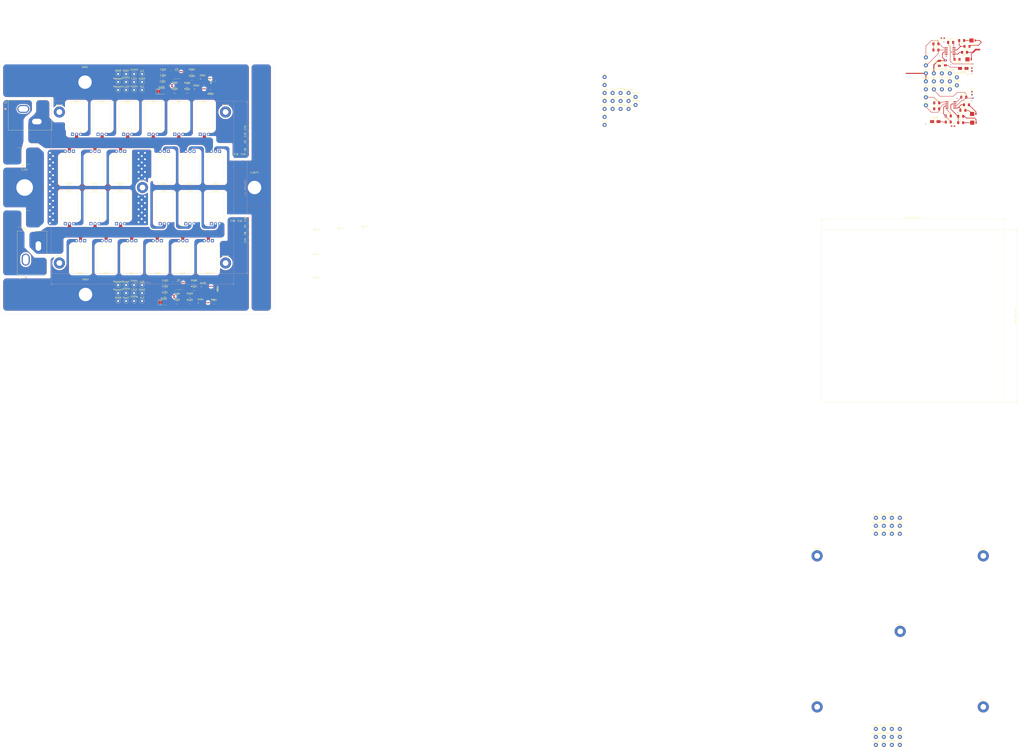
<source format=kicad_pcb>
(kicad_pcb (version 20221018) (generator pcbnew)
  (layers (0 "F.Cu" signal) (1 "In1.Cu" power) (2 "In2.Cu" signal) (31 "B.Cu" power) (34 "B.Paste" user) (35 "F.Paste" user) (36 "B.SilkS" user "B.Silkscreen") (37 "F.SilkS" user "F.Silkscreen") (38 "B.Mask" user) (39 "F.Mask" user) (44 "Edge.Cuts" user))
  (net 0 "")
  (net 1 "Vout")
  (net 2 "GND")
  (net 3 "Vin")
  (net 4 "/HO1")
  (net 5 "/LO1")
  (net 6 "/HO2")
  (net 7 "/LO2")
  (net 8 "Net-(U3-HO)")
  (net 9 "Net-(U3-LO)")
  (net 10 "/HL1")
  (net 11 "/LL1")
  (net 12 "/HL2")
  (net 13 "/LL2")
  (net 14 "/Rsense1")
  (net 15 "Net-(Q1-S)")
  (net 16 "Net-(Q10-S)")
  (net 17 "/12V")
  (net 18 "Net-(D300-K)")
  (net 19 "Net-(D400-K)")
  (net 20 "Net-(D300-A)")
  (net 21 "Net-(D400-A)")
  (net 22 "Net-(D301-K)")
  (net 23 "Net-(D302-K)")
  (net 24 "Net-(D401-K)")
  (net 25 "Net-(D402-K)")
  (net 26 "/Rsense2")
  (net 27 "Net-(U4-HO)")
  (net 28 "Net-(U4-LO)")
  (net 29 "Net-(RT1-Pad2)")
  (net 30 "Net-(RT2-Pad2)")
  (net 31 "Net-(RT3-Pad1)")
  (net 32 "Net-(RT5-Pad1)")
  (net 33 "Net-(RT4-Pad1)")
  (net 34 "Net-(RT6-Pad1)")
  (footprint "TestPoint:TestPoint_THTPad_D2.5mm_Drill1.2mm" (layer "F.Cu") (at 694.8 89.5)
    (fp_text reference "12V1")
    (fp_text value "MountingHole_Pad")
  )
  (footprint "SnapEDA Library:TO-220-3_Horizontal_TabDown edited pins" (layer "F.Cu") (at 151.2 183.69675)
    (fp_text reference "Q21")
    (fp_text value "NMOS")
  )
  (footprint "Resistor_SMD:R_0603_1608Metric_Pad0.98x0.95mm_HandSolder" (layer "F.Cu") (at 718.6 87.1 -90)
    (fp_text reference "RT3")
    (fp_text value "36.5k")
  )
  (footprint "TestPoint:TestPoint_THTPad_D2.5mm_Drill1.2mm" (layer "F.Cu") (at 673.491957 505.101007)
    (fp_text reference "GND2")
    (fp_text value "MountingHole_Pad")
  )
  (footprint "MountingHole:MountingHole_5.3mm_M5" (layer "F.Cu") (at 308.2 223.8)
    (fp_text reference "REF**")
    (fp_text value "MountingHole_5.3mm_M5")
  )
  (footprint "Capacitor_SMD:C_1210_3225Metric_Pad1.33x2.70mm_HandSolder" (layer "F.Cu") (at 262.4 143.3 90)
    (fp_text reference "C18")
    (fp_text value "0.1uF")
  )
  (footprint "TestPoint:TestPoint_THTPad_D2.5mm_Drill1.2mm" (layer "F.Cu") (at 498.7 106.8 90)
    (fp_text reference "TEMP4")
    (fp_text value "MountingHole_Pad")
  )
  (footprint "MountingHole:MountingHole_5.3mm_M5" (layer "F.Cu") (at 308.1 209.2)
    (fp_text reference "REF**")
    (fp_text value "MountingHole_5.3mm_M5")
  )
  (footprint "Capacitor_SMD:C_1210_3225Metric_Pad1.33x2.70mm_HandSolder" (layer "F.Cu") (at 266.9 185.4 180)
    (fp_text reference "C9")
    (fp_text value "10uF")
  )
  (footprint "TestPoint:TestPoint_THTPad_D2.5mm_Drill1.2mm" (layer "F.Cu") (at 199.2 94.9)
    (fp_text reference "GND3")
    (fp_text value "MountingHole_Pad")
  )
  (footprint "Resistor_SMD:R_0603_1608Metric_Pad0.98x0.95mm_HandSolder" (layer "F.Cu") (at 706.8 122.6)
    (fp_text reference "RT5")
    (fp_text value "36.5k")
  )
  (footprint "Resistor_SMD:R_1206_3216Metric_Pad1.30x1.75mm_HandSolder" (layer "F.Cu") (at 712.95 112.7 180)
    (fp_text reference "R406")
    (fp_text value "2.2")
  )
  (footprint "TestPoint:TestPoint_THTPad_D2.5mm_Drill1.2mm" (layer "F.Cu") (at 199.2 222.1)
    (fp_text reference "LL2")
    (fp_text value "MountingHole_Pad")
  )
  (footprint "Capacitor_SMD:C_1206_3216Metric_Pad1.33x1.80mm_HandSolder" (layer "F.Cu") (at 213.63 224.795)
    (fp_text reference "C402")
    (fp_text value "33pF")
  )
  (footprint "Capacitor_SMD:C_1206_3216Metric_Pad1.33x1.80mm_HandSolder" (layer "F.Cu") (at 703.8 116.2 180)
    (fp_text reference "C400")
    (fp_text value "22uF")
  )
  (footprint "TestPoint:TestPoint_THTPad_D2.5mm_Drill1.2mm" (layer "F.Cu") (at 199.2 99.9)
    (fp_text reference "HL1")
    (fp_text value "MountingHole_Pad")
  )
  (footprint "TestPoint:TestPoint_THTPad_D2.5mm_Drill1.2mm" (layer "F.Cu") (at 503.7 111.8)
    (fp_text reference "Rsense2")
    (fp_text value "MountingHole_Pad")
  )
  (footprint "SnapEDA Library:TO-220-3_Horizontal_TabDown edited pins" (layer "F.Cu") (at 183.2 183.70325)
    (fp_text reference "Q21")
    (fp_text value "NMOS")
  )
  (footprint "Resistor_SMD:R_1206_3216Metric_Pad1.30x1.75mm_HandSolder" (layer "F.Cu") (at 229.051 233.1 180)
    (fp_text reference "R405")
    (fp_text value "2.2")
  )
  (footprint "TestPoint:TestPoint_THTPad_D2.5mm_Drill1.2mm" (layer "F.Cu") (at 194.2 222.1 90)
    (fp_text reference "TEMP4")
    (fp_text value "MountingHole_Pad")
  )
  (footprint "TestPoint:TestPoint_THTPad_D2.5mm_Drill1.2mm" (layer "F.Cu") (at 663.491957 510.101007)
    (fp_text reference "Vout1")
    (fp_text value "MountingHole_Pad")
  )
  (footprint "TestPoint:TestPoint_THTPad_D2.5mm_Drill1.2mm" (layer "F.Cu") (at 184.2 222.1)
    (fp_text reference "Rsense3")
    (fp_text value "MountingHole_Pad")
  )
  (footprint "Resistor_SMD:R_1206_3216Metric_Pad1.30x1.75mm_HandSolder" (layer "F.Cu") (at 244.3 233.1 180)
    (fp_text reference "R801")
    (fp_text value "1k")
  )
  (footprint "TestPoint:TestPoint_THTPad_D2.5mm_Drill1.2mm" (layer "F.Cu") (at 508.1 104.3 90)
    (fp_text reference "TEMP3")
    (fp_text value "MountingHole_Pad")
  )
  (footprint "TestPoint:TestPoint_THTPad_D2.5mm_Drill1.2mm" (layer "F.Cu") (at 493.7 111.8)
    (fp_text reference "Vout1")
    (fp_text value "MountingHole_Pad")
  )
  (footprint "MountingHole:MountingHole_3.2mm_M3" (layer "F.Cu") (at 717.3 94.5)
    (fp_text reference "REF**")
    (fp_text value "MountingHole_3.2mm_M3")
  )
  (footprint "SnapEDA Library:MBRM130LT1G" (layer "F.Cu") (at 236.994 93.725)
    (fp_text reference "D301")
    (fp_text value "MBRM130LT1G" hide)
  )
  (footprint "SnapEDA Library:TO-220-3_Horizontal_TabDown edited pins" (layer "F.Cu") (at 188.3 138.3 180)
    (fp_text reference "Q21")
    (fp_text value "NMOS")
  )
  (footprint "Resistor_SMD:R_1206_3216Metric_Pad1.30x1.75mm_HandSolder" (layer "F.Cu") (at 231.731 220.9 180)
    (fp_text reference "R406")
    (fp_text value "2.2")
  )
  (footprint "Capacitor_SMD:C_1206_3216Metric_Pad1.33x1.80mm_HandSolder" (layer "F.Cu") (at 713.5 104.4)
    (fp_text reference "C401")
    (fp_text value "2.2uF")
  )
  (footprint "Resistor_SMD:R_0603_1608Metric_Pad0.98x0.95mm_HandSolder" (layer "F.Cu") (at 718.6 101.9 -90)
    (fp_text reference "RT6")
    (fp_text value "36.5k")
  )
  (footprint "TestPoint:TestPoint_THTPad_D2.5mm_Drill1.2mm" (layer "F.Cu") (at 663.491957 372.901007 90)
    (fp_text reference "TEMP2")
    (fp_text value "MountingHole_Pad")
  )
  (footprint "TestPoint:TestPoint_THTPad_D2.5mm_Drill1.2mm" (layer "F.Cu") (at 493.7 106.8)
    (fp_text reference "TEMP1")
    (fp_text value "MountingHole_Pad")
  )
  (footprint "TestPoint:TestPoint_THTPad_D2.5mm_Drill1.2mm" (layer "F.Cu") (at 488.7 111.8)
    (fp_text reference "GND2")
    (fp_text value "MountingHole_Pad")
  )
  (footprint "Resistor_SMD:R_1206_3216Metric_Pad1.30x1.75mm_HandSolder" (layer "F.Cu") (at 242.045 100.6 180)
    (fp_text reference "R900")
    (fp_text value "1k")
  )
  (footprint "TestPoint:TestPoint_THTPad_D2.5mm_Drill1.2mm" (layer "F.Cu") (at 699.8 89.5 90)
    (fp_text reference "TEMP2")
    (fp_text value "MountingHole_Pad")
  )
  (footprint "TestPoint:TestPoint_THTPad_D2.5mm_Drill1.2mm" (layer "F.Cu") (at 503.7 106.8)
    (fp_text reference "GND3")
    (fp_text value "MountingHole_Pad")
  )
  (footprint "SnapEDA Library:TO-220-3_Horizontal_TabDown edited pins" (layer "F.Cu") (at 231.7 138.3 180)
    (fp_text reference "Q4")
    (fp_text value "NMOS")
  )
  (footprint "TestPoint:TestPoint_THTPad_D2.5mm_Drill1.2mm" (layer "F.Cu") (at 199.2 227.1)
    (fp_text reference "GND2")
    (fp_text value "MountingHole_Pad")
  )
  (footprint "Capacitor_SMD:C_1210_3225Metric_Pad1.33x2.70mm_HandSolder" (layer "F.Cu") (at 258 143.3 90)
    (fp_text reference "C16")
    (fp_text value "0.1uF")
  )
  (footprint "Diode_SMD:D_SMA" (layer "F.Cu") (at 695.7 119.7)
    (fp_text reference "D400")
    (fp_text value "BYG20J-E3/TR")
  )
  (footprint "TestPoint:TestPoint_THTPad_D2.5mm_Drill1.2mm" (layer "F.Cu") (at 184.2 94.9)
    (fp_text reference "Rsense2")
    (fp_text value "MountingHole_Pad")
  )
  (footprint "Capacitor_SMD:C_1210_3225Metric_Pad1.33x2.70mm_HandSolder" (layer "F.Cu") (at 266.9 128 180)
    (fp_text reference "C10")
    (fp_text value "10uF")
  )
  (footprint "SnapEDA Library:TO-220-3_Horizontal_TabDown edited pins" (layer "F.Cu") (at 179.25 194.3 180)
    (fp_text reference "Q22")
    (fp_text value "NMOS")
  )
  (footprint "SnapEDA Library:TO-220-3_Horizontal_TabDown edited pins" (layer "F.Cu") (at 203.65 127.7)
    (fp_text reference "Q9")
    (fp_text value "NMOS")
  )
  (footprint "Capacitor_SMD:C_1206_3216Metric_Pad1.33x1.80mm_HandSolder" (layer "F.Cu") (at 705.3 70.1 180)
    (fp_text reference "C301")
    (fp_text value "2.2uF")
  )
  (footprint "Diode_SMD:D_SMA" (layer "F.Cu") (at 212.745 232.9)
    (fp_text reference "D400")
    (fp_text value "BYG20J-E3/TR")
  )
  (footprint "Capacitor_SMD:C_1206_3216Metric_Pad1.33x1.80mm_HandSolder" (layer "F.Cu") (at 213.645 221.095)
    (fp_text reference "C403")
    (fp_text value "33pF")
  )
  (footprint "TestPoint:TestPoint_THTPad_D2.5mm_Drill1.2mm" (layer "F.Cu") (at 488.7 101.8)
    (fp_text reference "V_IN2")
    (fp_text value "MountingHole_Pad")
  )
  (footprint "SnapEDA Library:TO-220-3_Horizontal_TabDown edited pins" (layer "F.Cu") (at 215.7 138.3 180)
    (fp_text reference "Q3")
    (fp_text value "NMOS")
  )
  (footprint "Capacitor_SMD:C_1206_3216Metric_Pad1.33x1.80mm_HandSolder" (layer "F.Cu") (at 213.445 228.5)
    (fp_text reference "C401")
    (fp_text value "2.2uF")
  )
  (footprint "TestPoint:TestPoint_THTPad_D2.5mm_Drill1.2mm" (layer "F.Cu") (at 488.7 91.8)
    (fp_text reference "LL1")
    (fp_text value "MountingHole_Pad")
  )
  (footprint "SnapEDA Library:TO-220-3_Horizontal_TabDown edited pins" (layer "F.Cu") (at 155.65 127.7)
    (fp_text reference "Q21")
    (fp_text value "NMOS")
  )
  (footprint "TestPoint:TestPoint_THTPad_D2.5mm_Drill1.2mm" (layer "F.Cu") (at 508.1 109.3 90)
    (fp_text reference "TEMP6")
    (fp_text value "MountingHole_Pad")
  )
  (footprint "SnapEDA Library:SOIC127P599X175-8N" (layer "F.Cu") (at 222.5 222.4)
    (fp_text reference "U4")
    (fp_text value "UCC27712DR")
  )
  (footprint "SnapEDA Library:MBRM130LT1G" (layer "F.Cu") (at 718.149 115.85)
    (fp_text reference "D402")
    (fp_text value "MBRM130LT1G" hide)
  )
  (footprint "Resistor_SMD:R_1206_3216Metric_Pad1.30x1.75mm_HandSolder" (layer "F.Cu") (at 715.55 72.6 180)
    (fp_text reference "R301")
    (fp_text value "3.3")
  )
  (footprint "TestPoint:TestPoint_THTPad_D2.5mm_Drill1.2mm" (layer "F.Cu") (at 498.7 111.8 90)
    (fp_text reference "TEMP5")
    (fp_text value "MountingHole_Pad")
  )
  (footprint "SnapEDA Library:MBRM130LT1G" (layer "F.Cu") (at 717.749 69.85)
    (fp_text reference "D301")
    (fp_text value "MBRM130LT1G" hide)
  )
  (footprint "MountingHole:MountingHole_8.4mm_M8_Pad_TopBottom" (layer "F.Cu") (at 125.7 161)
    (fp_text reference "V_IN1")
    (fp_text value "MountingHole_Pad")
  )
  (footprint "TestPoint:TestPoint_THTPad_D2.5mm_Drill1.2mm" (layer "F.Cu") (at 689.8 99.5)
    (fp_text reference "GND2")
    (fp_text value "MountingHole_Pad")
  )
  (footprint "Capacitor_SMD:C_1210_3225Metric_Pad1.33x2.70mm_HandSolder" (layer "F.Cu") (at 266.9 137.3 180)
    (fp_text reference "C8")
    (fp_text value "10uF")
  )
  (footprint "MountingHole:MountingHole_3.2mm_M3" (layer "F.Cu") (at 199.45 161)
    (fp_text reference "REF**")
    (fp_text value "MountingHole_3.2mm_M3")
  )
  (footprint "TestPoint:TestPoint_THTPad_D2.5mm_Drill1.2mm" (layer "F.Cu") (at 493.7 101.8)
    (fp_text reference "12V1")
    (fp_text value "MountingHole_Pad")
  )
  (footprint "TestPoint:TestPoint_THTPad_D2.5mm_Drill1.2mm" (layer "F.Cu") (at 184.2 89.9)
    (fp_text reference "GND5")
    (fp_text value "MountingHole_Pad")
  )
  (footprint "TestPoint:TestPoint_THTPad_D2.5mm_Drill1.2mm" (layer "F.Cu") (at 663.491957 500.101007)
    (fp_text reference "Vcap1")
    (fp_text value "MountingHole_Pad")
  )
  (footprint "SnapEDA Library:TO-220-3_Horizontal_TabDown edited pins" (layer "F.Cu") (at 211.25 194.3 180)
    (fp_text reference "Q20")
    (fp_text value "NMOS")
  )
  (footprint "TestPoint:TestPoint_THTPad_D2.5mm_Drill1.2mm" (layer "F.Cu") (at 663.491957 505.101007 90)
    (fp_text reference "TEMP5")
    (fp_text value "MountingHole_Pad")
  )
  (footprint "SnapEDA Library:MBRM130LT1G" (layer "F.Cu") (at 233.364 100.125)
    (fp_text reference "D302")
    (fp_text value "MBRM130LT1G" hide)
  )
  (footprint "TestPoint:TestPoint_THTPad_D2.5mm_Drill1.2mm" (layer "F.Cu") (at 199.2 232.1)
    (fp_text reference "HL2")
    (fp_text value "MountingHole_Pad")
  )
  (footprint "Capacitor_SMD:C_1210_3225Metric_Pad1.33x2.70mm_HandSolder" (layer "F.Cu") (at 266.9 194.2 180)
    (fp_text reference "C15")
    (fp_text value "10uF")
  )
  (footprint "TestPoint:TestPoint_THTPad_D2.5mm_Drill1.2mm" (layer "F.Cu") (at 658.491957 500.101007)
    (fp_text reference "Rsense3")
    (fp_text value "MountingHole_Pad")
  )
  (footprint "MountingHole:MountingHole_3.2mm_M3" (layer "F.Cu") (at 338.7 189.9)
    (fp_text reference "REF**")
    (fp_text value "MountingHole_3.2mm_M3")
  )
  (footprint "TestPoint:TestPoint_THTPad_D2.5mm_Drill1.2mm" (layer "F.Cu") (at 194.2 89.9 90)
    (fp_text reference "TEMP3")
    (fp_text value "MountingHole_Pad")
  )
  (footprint "TestPoint:TestPoint_THTPad_D2.5mm_Drill1.2mm" (layer "F.Cu") (at 189.2 89.9)
    (fp_text reference "GND4")
    (fp_text value "MountingHole_Pad")
  )
  (footprint "MountingHole:MountingHole_3.2mm_M3" (layer "F.Cu") (at 147.45 113.7)
    (fp_text reference "REF**")
    (fp_text value "MountingHole_3.2mm_M3")
  )
  (footprint "Capacitor_SMD:C_1206_3216Metric_Pad1.33x1.80mm_HandSolder" (layer "F.Cu") (at 698.2 83.2 90)
    (fp_text reference "C300")
    (fp_text value "22uF")
  )
  (footprint "TestPoint:TestPoint_THTPad_D2.5mm_Drill1.2mm" (layer "F.Cu") (at 658.491957 505.101007)
    (fp_text reference "Rsense4")
    (fp_text value "MountingHole_Pad")
  )
  (footprint "Capacitor_SMD:C_1206_3216Metric_Pad1.33x1.80mm_HandSolder" (layer "F.Cu") (at 696.0875 74.9)
    (fp_text reference "C302")
    (fp_text value "33pF")
  )
  (footprint "Capacitor_SMD:C_1206_3216Metric_Pad1.33x1.80mm_HandSolder" (layer "F.Cu") (at 219.545 97.195 180)
    (fp_text reference "C300")
    (fp_text value "22uF")
  )
  (footprint "Capacitor_SMD:C_1210_3225Metric_Pad1.33x2.70mm_HandSolder" (layer "F.Cu") (at 266.9 189.8 180)
    (fp_text reference "C8")
    (fp_text value "10uF")
  )
  (footprint "SnapEDA Library:TO-220-3_Horizontal_TabDown edited pins" (layer "F.Cu") (at 195.25 194.3 180)
    (fp_text reference "Q21")
    (fp_text value "NMOS")
  )
  (footprint "Resistor_SMD:R_1206_3216Metric_Pad1.30x1.75mm_HandSolder" (layer "F.Cu") (at 227.495 100.975 180)
    (fp_text reference "R304")
    (fp_text value "3.3")
  )
  (footprint "TestPoint:TestPoint_THTPad_D2.5mm_Drill1.2mm" (layer "F.Cu") (at 663.491957 377.901007)
    (fp_text reference "V_IN2")
    (fp_text value "MountingHole_Pad")
  )
  (footprint "TestPoint:TestPoint_THTPad_D2.5mm_Drill1.2mm" (layer "F.Cu") (at 673.491957 377.901007)
    (fp_text reference "HL1")
    (fp_text value "MountingHole_Pad")
  )
  (footprint "Resistor_SMD:R_1206_3216Metric_Pad1.30x1.75mm_HandSolder" (layer "F.Cu") (at 712.2 68.9 180)
    (fp_text reference "R305")
    (fp_text value "2.2")
  )
  (footprint "TestPoint:TestPoint_THTPad_D2.5mm_Drill1.2mm" (layer "F.Cu") (at 503.7 101.8)
    (fp_text reference "Rsense1")
    (fp_text value "MountingHole_Pad")
  )
  (footprint "TestPoint:TestPoint_THTPad_D2.5mm_Drill1.2mm" (layer "F.Cu") (at 689.8 84.5)
    (fp_text reference "HL1")
    (fp_text value "MountingHole_Pad")
  )
  (footprint "SnapEDA Library:TO-220-3_Horizontal_TabDown edited pins" (layer "F.Cu") (at 247.7 138.298375 180)
    (fp_text reference "Q5")
    (fp_text value "NMOS")
  )
  (footprint "TestPoint:TestPoint_THTPad_D2.5mm_Drill1.2mm" (layer "F.Cu") (at 658.491957 510.101007)
    (fp_text reference "GND6")
    (fp_text value "MountingHole_Pad")
  )
  (footprint "TestPoint:TestPoint_THTPad_D2.5mm_Drill1.2mm" (layer "F.Cu") (at 704.8 94.5)
    (fp_text reference "GND3")
    (fp_text value "MountingHole_Pad")
  )
  (footprint "TestPoint:TestPoint_THTPad_D2.5mm_Drill1.2mm" (layer "F.Cu") (at 668.491957 377.901007)
    (fp_text reference "TEMP1")
    (fp_text value "MountingHole_Pad")
  )
  (footprint "MountingHole:MountingHole_8.4mm_M8_Pad_TopBottom" (layer "F.Cu") (at 163.5 95)
    (fp_text reference "GND1")
    (fp_text value "MountingHole_Pad")
  )
  (footprint "MountingHole:MountingHole_3.2mm_M3" (layer "F.Cu") (at 147.45 208.3)
    (fp_text reference "REF**")
    (fp_text value "MountingHole_3.2mm_M3")
  )
  (footprint "SnapEDA Library:TO-220-3_Horizontal_TabDown edited pins" (layer "F.Cu") (at 242.6 183.7)
    (fp_text reference "Q16")
    (fp_text value "NMOS")
  )
  (footprint "MountingHole:MountingHole_3.2mm_M3" (layer "F.Cu") (at 323.4 190.9)
    (fp_text reference "REF**")
    (fp_text value "MountingHole_3.2mm_M3")
  )
  (footprint "Resistor_SMD:R_1206_3216Metric_Pad1.30x1.75mm_HandSolder" (layer "F.Cu") (at 244.245 94.3 90)
    (fp_text reference "R901")
    (fp_text value "1k")
  )
  (footprint "TestPoint:TestPoint_THTPad_D2.5mm_Drill1.2mm" (layer "F.Cu") (at 689.8 104.5)
    (fp_text reference "LL2")
    (fp_text value "MountingHole_Pad")
  )
  (footprint "MountingHole:MountingHole_3.2mm_M3" (layer "F.Cu") (at 725.741957 486.301007)
    (fp_text reference "REF**")
    (fp_text value "MountingHole_3.2mm_M3")
  )
  (footprint "TestPoint:TestPoint_THTPad_D2.5mm_Drill1.2mm" (layer "F.Cu") (at 668.491957 500.101007 90)
    (fp_text reference "TEMP4")
    (fp_text value "MountingHole_Pad")
  )
  (footprint "MountingHole:MountingHole_3.2mm_M3" (layer "F.Cu") (at 251.45 208.3)
    (fp_text reference "REF**")
    (fp_text value "MountingHole_3.2mm_M3")
  )
  (footprint "MountingHole:MountingHole_3.2mm_M3" (layer "F.Cu") (at 673.741957 439.001007)
    (fp_text reference "REF**")
    (fp_text value "MountingHole_3.2mm_M3")
  )
  (footprint "Resistor_SMD:R_1206_3216Metric_Pad1.30x1.75mm_HandSolder" (layer "F.Cu") (at 231.731 224.7 180)
    (fp_text reference "R404")
    (fp_text value "3.3")
  )
  (footprint "SnapEDA Library:MBRM130LT1G" (layer "F.Cu") (at 718.249 121.35)
    (fp_text reference "D401")
    (fp_text value "MBRM130LT1G" hide)
  )
  (footprint "TestPoint:TestPoint_THTPad_D2.5mm_Drill1.2mm" (layer "F.Cu") (at 668.491957 372.901007)
    (fp_text reference "12V1")
    (fp_text value "MountingHole_Pad")
  )
  (footprint "TestPoint:TestPoint_THTPad_D2.5mm_Drill1.2mm" (layer "F.Cu") (at 488.7 121.8)
    (fp_text reference "HL2")
    (fp_text value "MountingHole_Pad")
  )
  (footprint "SnapEDA Library:TO-220-3_Horizontal_TabDown edited pins" (layer "F.Cu") (at 163.25 194.3 180)
    (fp_text reference "Q21")
    (fp_text value "NMOS")
  )
  (footprint "Diode_SMD:D_SMA" (layer "F.Cu") (at 211.445 100.8)
    (fp_text reference "D300")
    (fp_text value "BYG20J-E3/TR")
  )
  (footprint "TestPoint:TestPoint_THTPad_D2.5mm_Drill1.2mm" (layer "F.Cu") (at 689.8 79.5)
    (fp_text reference "LL1")
    (fp_text value "MountingHole_Pad")
  )
  (footprint "Capacitor_SMD:C_1210_3225Metric_Pad1.33x2.70mm_HandSolder" (layer "F.Cu") (at 266.9 132.4 180)
    (fp_text reference "C9")
    (fp_text value "10uF")
  )
  (footprint "Capacitor_SMD:C_1210_3225Metric_Pad1.33x2.70mm_HandSolder" (layer "F.Cu") (at 260.3 178.7 -90)
    (fp_text reference "C16")
    (fp_text value "0.1uF")
  )
  (footprint "SnapEDA Library:TO-220-3_Horizontal_TabDown edited pins" (layer "F.Cu") (at 172.28 138.3 180)
    (fp_text reference "Q21")
    (fp_text value "NMOS")
  )
  (footprint "TestPoint:TestPoint_THTPad_D2.5mm_Drill1.2mm" (layer "F.Cu") (at 694.8 94.5)
    (fp_text reference "TEMP1")
    (fp_text value "MountingHole_Pad")
  )
  (footprint "TestPoint:TestPoint_THTPad_D2.5mm_Drill1.2mm" (layer "F.Cu") (at 189.2 222.1)
    (fp_text reference "Vcap1")
    (fp_text value "MountingHole_Pad")
  )
  (footprint "MountingHole:MountingHole_3.2mm_M3" (layer "F.Cu") (at 725.741957 391.701007)
    (fp_text reference "REF**")
    (fp_text value "MountingHole_3.2mm_M3")
  )
  (footprint "TestPoint:TestPoint_THTPad_D2.5mm_Drill1.2mm" (layer "F.Cu") (at 668.491957 510.101007 90)
    (fp_text reference "TEMP6")
    (fp_text value "MountingHole_Pad")
  )
  (footprint "Capacitor_SMD:C_1206_3216Metric_Pad1.33x1.80mm_HandSolder" (layer "F.Cu") (at 220.845 229.295 180)
    (fp_text reference "C400")
    (fp_text value "22uF")
  )
  (footprint "SnapEDA Library:TO-220-3_Horizontal_TabDown edited pins" (layer "F.Cu") (at 171.65 127.7)
    (fp_text reference "Q11")
    (fp_text value "NMOS")
  )
  (footprint "Resistor_SMD:R_1206_3216Metric_Pad1.30x1.75mm_HandSolder" (layer "F.Cu") (at 702 82.9 90)
    (fp_text reference "R300")
    (fp_text value "49.9")
  )
  (footprint "TestPoint:TestPoint_THTPad_D2.5mm_Drill1.2mm" (layer "F.Cu") (at 184.2 232.1)
    (fp_text reference "GND6")
    (fp_text value "MountingHole_Pad")
  )
  (footprint "Resistor_SMD:R_0603_1608Metric_Pad0.98x0.95mm_HandSolder" (layer "F.Cu") (at 700.4 67.4 180)
    (fp_text reference "RT2")
    (fp_text value "36.5k")
  )
  (footprint "TestPoint:TestPoint_THTPad_D2.5mm_Drill1.2mm" (layer "F.Cu") (at 658.491957 367.901007)
    (fp_text reference "GND5")
    (fp_text value "MountingHole_Pad")
  )
  (footprint "SnapEDA Library:MBRM130LT1G" (layer "F.Cu") (at 715.249 81.65)
    (fp_text reference "D302")
    (fp_text value "MBRM130LT1G" hide)
  )
  (footprint "TestPoint:TestPoint_THTPad_D2.5mm_Drill1.2mm" (layer "F.Cu") (at 498.7 101.8 90)
    (fp_text reference "TEMP2")
    (fp_text value "MountingHole_Pad")
  )
  (footprint "SnapEDA Library:PSR500HTQFB0L10" (layer "F.Cu") (at 125.1 141.3)
    (fp_text reference "R4")
    (fp_text value "0.0001")
  )
  (footprint "Resistor_SMD:R_1206_3216Metric_Pad1.30x1.75mm_HandSolder" (layer "F.Cu") (at 229.051 229.1 180)
    (fp_text reference "R403")
    (fp_text value "3.3")
  )
  (footprint "TestPoint:TestPoint_THTPad_D2.5mm_Drill1.2mm" (layer "F.Cu") (at 709.2 92 90)
    (fp_text reference "TEMP3")
    (fp_text value "MountingHole_Pad")
  )
  (footprint "SnapEDA Library:TO-220-3_Horizontal_TabDown edited pins" (layer "F.Cu") (at 219.65 127.7)
    (fp_text reference "Q8")
    (fp_text value "NMOS")
  )
  (footprint "TestPoint:TestPoint_THTPad_D2.5mm_Drill1.2mm" (layer "F.Cu") (at 488.7 96.8)
    (fp_text reference "HL1")
    (fp_text value "MountingHole_Pad")
  )
  (footprint "TestPoint:TestPoint_THTPad_D2.5mm_Drill1.2mm" (layer "F.Cu") (at 194.2 94.9)
    (fp_text reference "12V1")
    (fp_text value "MountingHole_Pad")
  )
  (footprint "TestPoint:TestPoint_THTPad_D2.5mm_Drill1.2mm" (layer "F.Cu") (at 189.2 99.9)
    (fp_text reference "V_IN2")
    (fp_text value "MountingHole_Pad")
  )
  (footprint "MountingHole:MountingHole_8.4mm_M8_Pad_TopBottom" (layer "F.Cu") (at 269.6 161)
    (fp_text reference "V_OUT1")
    (fp_text value "MountingHole_Pad")
  )
  (footprint "TestPoint:TestPoint_THTPad_D2.5mm_Drill1.2mm" (layer "F.Cu") (at 709.2 97 90)
    (fp_text reference "TEMP6")
    (fp_text value "MountingHole_Pad")
  )
  (footprint "SnapEDA Library:TO-220-3_Horizontal_TabDown edited pins" (layer "F.Cu") (at 243.25 194.3 180)
    (fp_text reference "Q18")
    (fp_text value "NMOS")
  )
  (footprint "TestPoint:TestPoint_THTPad_D2.5mm_Drill1.2mm" (layer "F.Cu") (at 689.8 109.5)
    (fp_text reference "HL2")
    (fp_text value "MountingHole_Pad")
  )
  (footprint "TestPoint:TestPoint_THTPad_D2.5mm_Drill1.2mm" (layer "F.Cu") (at 189.2 232.1)
    (fp_text reference "Vout1")
    (fp_text value "MountingHole_Pad")
  )
  (footprint "Diode_SMD:D_SMA" (layer "F.Cu") (at 713.2 86.4 180)
    (fp_text reference "D300")
    (fp_text value "BYG20J-E3/TR")
  )
  (footprint "MountingHole:MountingHole_3.2mm_M3" (layer "F.Cu") (at 621.741957 486.301007)
    (fp_text reference "REF**")
    (fp_text value "MountingHole_3.2mm_M3")
  )
  (footprint "TestPoint:TestPoint_THTPad_D2.5mm_Drill1.2mm" (layer "F.Cu") (at 488.7 116.8)
    (fp_text reference "LL2")
    (fp_text value "MountingHole_Pad")
  )
  (footprint "SnapEDA Library:TO-220-3_Horizontal_TabDown edited pins" (layer "F.Cu") (at 210.6 183.7)
    (fp_text reference "Q14")
    (fp_text value "NMOS")
  )
  (footprint "SnapEDA Library:TO-220-3_Horizontal_TabDown edited pins" (layer "F.Cu") (at 235.65 127.7)
    (fp_text reference "Q7")
    (fp_text value "NMOS")
  )
  (footprint "SnapEDA Library:TO-220-3_Horizontal_TabDown edited pins" (layer "F.Cu") (at 187.65 127.7)
    (fp_text reference "Q10")
    (fp_text value "NMOS")
  )
  (footprint "SnapEDA Library:TO-220-3_Horizontal_TabDown edited pins" (layer "F.Cu") (at 156.26 138.3 180)
    (fp_text reference "Q21")
    (fp_text value "NMOS")
  )
  (footprint "TestPoint:TestPoint_THTPad_D2.5mm_Drill1.2mm" (layer "F.Cu") (at 663.491957 367.901007)
    (fp_text reference "GND4")
    (fp_text value "MountingHole_Pad")
  )
  (footprint "TestPoint:TestPoint_THTPad_D2.5mm_Drill1.2mm" (layer "F.Cu") (at 704.8 89.5)
    (fp_text reference "Rsense1")
    (fp_text value "MountingHole_Pad")
  )
  (footprint "SnapEDA Library:SOIC127P599X175-8N" (layer "F.Cu") (at 221.2 90.3)
    (fp_text reference "U3")
    (fp_text value "UCC27712DR")
  )
  (footprint "Resistor_SMD:R_1206_3216Metric_Pad1.30x1.75mm_HandSolder" (layer "F.Cu") (at 230.345 92.775 180)
    (fp_text reference "R305")
    (fp_text value "2.2")
  )
  (footprint "SnapEDA Library:PSR500HTQFB0L10" (layer "F.Cu") (at 125.1 180.7)
    (fp_text reference "R3")
    (fp_text value "0.0001")
  )
  (footprint "TestPoint:TestPoint_THTPad_D2.5mm_Drill1.2mm" (layer "F.Cu") (at 689.8 94.5)
    (fp_text reference "Vcap1")
    (fp_text value "MountingHole_Pad")
  )
  (footprint "TestPoint:TestPoint_THTPad_D2.5mm_Drill1.2mm" (layer "F.Cu") (at 673.491957 500.101007)
    (fp_text reference "LL2")
    (fp_text value "MountingHole_Pad")
  )
  (footprint "TestPoint:TestPoint_THTPad_D2.5mm_Drill1.2mm" (layer "F.Cu") (at 704.8 99.5)
    (fp_text reference "Rsense2")
    (fp_text value "MountingHole_Pad")
  )
  (footprint "SnapEDA Library:MBRM130LT1G" (layer "F.Cu") (at 235.7 234.05)
    (fp_text reference "D401")
    (fp_text value "MBRM130LT1G" hide)
  )
  (footprint "MountingHole:MountingHole_3.2mm_M3" (layer "F.Cu") (at 251.45 113.7)
    (fp_text reference "REF**")
    (fp_text value "MountingHole_3.2mm_M3")
  )
  (footprint "SnapEDA Library:SOIC127P599X175-8N" (layer "F.Cu") (at 704.955 75.5)
    (fp_text reference "U3")
    (fp_text value "UCC27712DR")
  )
  (footprint "TestPoint:TestPoint_THTPad_D2.5mm_Drill1.2mm" (layer "F.Cu") (at 184.2 227.1)
    (fp_text reference "Rsense4")
    (fp_text value "MountingHole_Pad")
  )
  (footprint "TestPoint:TestPoint_THTPad_D2.5mm_Drill1.2mm" (layer "F.Cu") (at 194.2 227.1)
    (fp_text reference "12V2")
    (fp_text value "MountingHole_Pad")
  )
  (footprint "TestPoint:TestPoint_THTPad_D2.5mm_Drill1.2mm" (layer "F.Cu") (at 189.2 227.1 90)
    (fp_text reference "TEMP5")
    (fp_text value "MountingHole_Pad")
  )
  (footprint "Resistor_SMD:R_1206_3216Metric_Pad1.30x1.75mm_HandSolder" (layer "F.Cu") (at 220.845 233.095)
    (fp_text reference "R400")
    (fp_text value "49.9")
  )
  (footprint "TestPoint:TestPoint_THTPad_D2.5mm_Drill1.2mm" (layer "F.Cu") (at 488.7 106.8)
    (fp_text reference "Vcap1")
    (fp_text value "MountingHole_Pad")
  )
  (footprint "Resistor_SMD:R_1206_3216Metric_Pad1.30x1.75mm_HandSolder" (layer "F.Cu") (at 714 76.3 180)
    (fp_text reference "R302")
    (fp_text value "3.3")
  )
  (footprint "Capacitor_SMD:C_1206_3216Metric_Pad1.33x1.80mm_HandSolder" (layer "F.Cu") (at 212.345 88.995)
    (fp_text reference "C303")
    (fp_text value "33pF")
  )
  (footprint "TestPoint:TestPoint_THTPad_D2.5mm_Drill1.2mm" (layer "F.Cu") (at 699.8 94.5 90)
    (fp_text reference "TEMP4")
    (fp_text value "MountingHole_Pad")
  )
  (footprint "Resistor_SMD:R_1206_3216Metric_Pad1.30x1.75mm_HandSolder" (layer "F.Cu") (at 703.8 120)
    (fp_text reference "R400")
    (fp_text value "49.9")
  )
  (footprint "Capacitor_SMD:C_1206_3216Metric_Pad1.33x1.80mm_HandSolder" (layer "F.Cu") (at 696.0875 71)
    (fp_text reference "C303")
    (fp_text value "33pF")
  )
  (footprint "TestPoint:TestPoint_THTPad_D2.5mm_Drill1.2mm" (layer "F.Cu") (at 194.2 232.1 90)
    (fp_text reference "TEMP6")
    (fp_text value "MountingHole_Pad")
  )
  (footprint "TestPoint:TestPoint_THTPad_D2.5mm_Drill1.2mm" (layer "F.Cu") (at 194.2 99.9)
    (fp_text reference "TEMP1")
    (fp_text value "MountingHole_Pad")
  )
  (footprint "TestPoint:TestPoint_THTPad_D2.5mm_Drill1.2mm" (layer "F.Cu") (at 658.491957 372.901007)
    (fp_text reference "Rsense2")
    (fp_text value "MountingHole_Pad")
  )
  (footprint "Resistor_SMD:R_1206_3216Metric_Pad1.30x1.75mm_HandSolder" (layer "F.Cu") (at 711.6 116.4 180)
    (fp_text reference "R403")
    (fp_text value "3.3")
  )
  (footprint "TestPoint:TestPoint_THTPad_D2.5mm_Drill1.2mm" (layer "F.Cu") (at 199.2 89.9)
    (fp_text reference "LL1")
    (fp_text value "MountingHole_Pad")
  )
  (footprint "TestPoint:TestPoint_THTPad_D2.5mm_Drill1.2mm" (layer "F.Cu") (at 673.491957 367.901007)
    (fp_text reference "LL1")
    (fp_text value "MountingHole_Pad")
  )
  (footprint "Capacitor_SMD:C_1210_3225Metric_Pad1.33x2.70mm_HandSolder" (layer "F.Cu") (at 255.9 178.7 -90)
    (fp_text reference "C18")
    (fp_text value "0.1uF")
  )
  (footprint "TestPoint:TestPoint_THTPad_D2.5mm_Drill1.2mm" (layer "F.Cu") (at 189.2 94.9 90)
    (fp_text reference "TEMP2")
    (fp_text value "MountingHole_Pad")
  )
  (footprint "MountingHole:MountingHole_5.3mm_M5" (layer "F.Cu") (at 308.3 193.9)
    (fp_text reference "REF**")
    (fp_text value "MountingHole_5.3mm_M5")
  )
  (footprint "TestPoint:TestPoint_THTPad_D2.5mm_Drill1.2mm" (layer "F.Cu") (at 184.2 99.9)
    (fp_text reference "Rsense1")
    (fp_text value "MountingHole_Pad")
  )
  (footprint "Capacitor_SMD:C_1206_3216Metric_Pad1.33x1.80mm_HandSolder" (layer "F.Cu") (at 696.6 108)
    (fp_text reference "C403")
    (fp_text value "33pF")
  )
  (footprint "Resistor_SMD:R_1206_3216Metric_Pad1.30x1.75mm_HandSolder" (layer "F.Cu") (at 230.345 88.775 180)
    (fp_text reference "R303")
    (fp_text value "3.3")
  )
  (footprint "TestPoint:TestPoint_THTPad_D2.5mm_Drill1.2mm" (layer "F.Cu") (at 673.491957 372.901007)
    (fp_text reference "GND3")
    (fp_text value "MountingHole_Pad")
  )
  (footprint "SnapEDA Library:TO-220-3_Horizontal_TabDown edited pins" (layer "F.Cu") (at 227.25 194.3 180)
    (fp_text reference "Q19")
    (fp_text value "NMOS")
  )
  (footprint "MountingHole:MountingHole_3.2mm_M3" (layer "F.Cu") (at 621.741957 391.701007)
    (fp_text reference "REF**")
    (fp_text value "MountingHole_3.2mm_M3")
  )
  (footprint "Resistor_SMD:R_1206_3216Metric_Pad1.30x1.75mm_HandSolder" (layer "F.Cu") (at 715.2 109.2 180)
    (fp_text reference "R404")
    (fp_text value "3.3")
  )
  (footprint "MountingHole:MountingHole_8.4mm_M8_Pad_TopBottom" (layer "F.Cu") (at 163.8 228)
    (fp_text reference "GND2")
    (fp_text value "MountingHole_Pad")
  )
  (footprint "SnapEDA Library:TO-220-3_Horizontal_TabDown edited pins" (layer "F.Cu") (at 167.2 183.7)
    (fp_text reference "Q21")
    (fp_text value "NMOS")
  )
  (footprint "TestPoint:TestPoint_THTPad_D2.5mm_Drill1.2mm" (layer "F.Cu") (at 668.491957 367.901007 90)
    (fp_text reference "TEMP3")
    (fp_text value "MountingHole_Pad")
  )
  (footprint "TestPoint:TestPoint_THTPad_D2.5mm_Drill1.2mm" (layer "F.Cu") (at 668.491957 505.101007)
    (fp_text reference "12V2")
    (fp_text value "MountingHole_Pad")
  )
  (footprint "Capacitor_SMD:C_1206_3216Metric_Pad1.33x1.80mm_HandSolder" (layer "F.Cu") (at 212.145 96.4)
    (fp_text reference "C301")
    (fp_text value "2.2uF")
  )
  (footprint "Resistor_SMD:R_1206_3216Metric_Pad1.30x1.75mm_HandSolder" (layer "F.Cu") (at 711.6 120.4 180)
    (fp_text reference "R405")
    (fp_text value "2.2")
  )
  (footprint "Capacitor_SMD:C_1210_3225Metric_Pad1.33x2.70mm_HandSolder" (layer "F.Cu") (at 266.9 123.6 180)
    (fp_text reference "C10")
    (fp_text value "10uF")
  )
  (footprint "Capacitor_SMD:C_1206_3216Metric_Pad1.33x1.80mm_HandSolder" (layer "F.Cu") (at 212.33 92.695)
    (fp_text reference "C302")
    (fp_text value "33pF")
  )
  (footprint "Resistor_SMD:R_1206_3216Metric_Pad1.30x1.75mm_HandSolder" (layer "F.Cu") (at 227.495 97.175 180)
    (fp_text reference "R306")
    (fp_text value "2.2")
  )
  (footprint "SnapEDA Library:EDITED-IND_IHDM1107BBEVR47M20_VIS" (layer "F.Cu") (at 124.854901 111.782452)
    (fp_text reference "L2")
    (fp_text value "470nH")
  )
  (footprint "Resistor_SMD:R_1206_3216Metric_Pad1.30x1.75mm_HandSolder" (layer "F.Cu") (at 709.3 80.7 180)
    (fp_text reference "R306")
    (fp_text value "2.2")
  )
  (footprint "TestPoint:TestPoint_THTPad_D2.5mm_Drill1.2mm" (layer "F.Cu") (at 673.491957 510.101007)
    (fp_text reference "HL2")
    (fp_text value "MountingHole_Pad")
  )
  (footprint "SnapEDA Library:MBRM130LT1G" (layer "F.Cu") (at 237.6 223.85)
    (fp_text reference "D402")
    (fp_text value "MBRM130LT1G" hide)
  )
  (footprint "TestPoint:TestPoint_THTPad_D2.5mm_Drill1.2mm" (layer "F.Cu") (at 699.8 99.5 90)
    (fp_text reference "TEMP5")
    (fp_text value "MountingHole_Pad")
  )
  (footprint "SnapEDA Library:TO-220-3_Horizontal_TabDown edited pins" (layer "F.Cu") (at 226.6 183.7)
    (fp_text reference "Q15")
    (fp_text value "NMOS")
  )
  (footprint "SnapEDA Library:SOIC127P599X175-8N" (layer "F.Cu") (at 705.455 109.305)
    (fp_text reference "U4")
    (fp_text value "UCC27712DR")
  )
  (footprint "Resistor_SMD:R_1206_3216Metric_Pad1.30x1.75mm_HandSolder" (layer "F.Cu") (at 219.545 100.995)
    (fp_text reference "R300")
    (fp_text value "49.9")
  )
  (footprint "TestPoint:TestPoint_THTPad_D2.5mm_Drill1.2mm" (layer "F.Cu") (at 658.491957 377.901007)
    (fp_text reference "Rsense1")
    (fp_text value "MountingHole_Pad")
  )
  (footprint "SnapEDA Library:EDITED-IND_IHDM1107BBEVR47M20_VIS" (layer "F.Cu") (at 126.382452 206.145099 90)
    (fp_text reference "L4")
    (fp_text value "470nH")
  )
  (footprint "TestPoint:TestPoint_THTPad_D2.5mm_Drill1.2mm" (layer "F.Cu") (at 694.8 99.5)
    (fp_text reference "Vout1")
    (fp_text value "MountingHole_Pad")
  )
  (footprint "Capacitor_SMD:C_1206_3216Metric_Pad1.33x1.80mm_HandSolder" (layer "F.Cu") (at 696.585 111.7)
    (fp_text reference "C402")
    (fp_text value "33pF")
  )
  (footprint "Capacitor_SMD:C_1210_3225Metric_Pad1.33x2.70mm_HandSolder" (layer "F.Cu") (at 266.9 181 180)
    (fp_text reference "C10")
    (fp_text value "10uF")
  )
  (footprint "Resistor_SMD:R_1206_3216Metric_Pad1.30x1.75mm_HandSolder" (layer "F.Cu") (at 244.9 224.5 90)
    (fp_text reference "R800")
    (fp_text value "1k")
  )
  (footprint "TestPoint:TestPoint_THTPad_D2.5mm_Drill1.2mm" (layer "F.Cu") (at 689.8 89.5)
    (fp_text reference "V_IN2")
    (fp_text value "MountingHole_Pad")
  )
  (gr_line (start 142.3 215) (end 256.6 215) (stroke (width 0.1)) (layer "B.SilkS"))
  (gr_line (start 142.3 215) (end 142.3 107) (stroke (width 0.1)) (layer "B.SilkS"))
  (gr_line (start 256.6 215) (end 256.6 107) (stroke (width 0.1)) (layer "B.SilkS"))
  (gr_line (start 142.3 107) (end 256.6 107) (stroke (width 0.1)) (layer "B.SilkS"))
  (gr_line (start 624.4 187.5) (end 624.4 295.5) (stroke (width 0.1)) (layer "F.SilkS"))
  (gr_line (start 624.4 295.5) (end 738.7 295.5) (stroke (width 0.1)) (layer "F.SilkS"))
  (gr_line (start 738.7 187.5) (end 738.7 295.5) (stroke (width 0.1)) (layer "F.SilkS"))
  (gr_line (start 624.4 187.5) (end 738.7 187.5) (stroke (width 0.1)) (layer "F.SilkS"))
  (gr_line (start 149.5 181.8935) (end 158 181.8935) (stroke (width 0.05)) (layer "Edge.Cuts"))
  (gr_arc (start 214.95 214) (mid 214.657136 214.707136) (end 213.95 215) (stroke (width 0.05)) (layer "Edge.Cuts"))
  (gr_arc (start 207.9 158.5) (mid 207.192893 158.207107) (end 206.9 157.5) (stroke (width 0.05)) (layer "Edge.Cuts"))
  (gr_arc (start 149.5 181.8935) (mid 148.085786 181.307714) (end 147.5 179.8935) (stroke (width 0.05)) (layer "Edge.Cuts"))
  (gr_line (start 281.8 238.1) (end 281.8 172.7) (stroke (width 0.05)) (layer "Edge.Cuts"))
  (gr_arc (start 246.95 214) (mid 246.657136 214.707136) (end 245.95 215) (stroke (width 0.05)) (layer "Edge.Cuts"))
  (gr_arc (start 180.45 123.89675) (mid 179.864218 125.310968) (end 178.45 125.89675) (stroke (width 0.05)) (layer "Edge.Cuts"))
  (gr_line (start 279.8 81.9) (end 112.3 81.9) (stroke (width 0.05)) (layer "Edge.Cuts"))
  (gr_line (start 176 179.89675) (end 176 164) (stroke (width 0.05)) (layer "Edge.Cuts"))
  (gr_arc (start 219.4 157.5) (mid 219.107136 158.207136) (end 218.4 158.5) (stroke (width 0.05)) (layer "Edge.Cuts"))
  (gr_line (start 217.95 125.89675) (end 226.45 125.89675) (stroke (width 0.05)) (layer "Edge.Cuts"))
  (gr_arc (start 180.95 196.10325) (mid 182.364204 196.689046) (end 182.95 198.10325) (stroke (width 0.05)) (layer "Edge.Cuts"))
  (gr_line (start 166.95 198.10325) (end 166.95 214) (stroke (width 0.05)) (layer "Edge.Cuts"))
  (gr_arc (start 157.98 140.10325) (mid 159.394231 140.689033) (end 159.98 142.10325) (stroke (width 0.05)) (layer "Edge.Cuts"))
  (gr_arc (start 222.9 164.5) (mid 223.192864 163.792864) (end 223.9 163.5) (stroke (width 0.05)) (layer "Edge.Cuts"))
  (gr_arc (start 110.3 83.9) (mid 110.885786 82.485786) (end 112.3 81.9) (stroke (width 0.05)) (layer "Edge.Cuts"))
  (gr_arc (start 169.95 125.89675) (mid 168.535776 125.310974) (end 167.95 123.89675) (stroke (width 0.05)) (layer "Edge.Cuts"))
  (gr_line (start 180.45 123.89675) (end 180.45 108) (stroke (width 0.05)) (layer "Edge.Cuts"))
  (gr_line (start 239.9 163.5) (end 250.4 163.5) (stroke (width 0.05)) (layer "Edge.Cuts"))
  (gr_line (start 233.95 125.89675) (end 242.45 125.89675) (stroke (width 0.05)) (layer "Edge.Cuts"))
  (gr_arc (start 191 163.00325) (mid 191.707089 163.296146) (end 192 164.00325) (stroke (width 0.05)) (layer "Edge.Cuts"))
  (gr_arc (start 159 162.99675) (mid 159.707089 163.289646) (end 160 163.99675) (stroke (width 0.05)) (layer "Edge.Cuts"))
  (gr_arc (start 164.5 159) (mid 163.792893 158.707107) (end 163.5 158) (stroke (width 0.05)) (layer "Edge.Cuts"))
  (gr_arc (start 175 163) (mid 175.707107 163.292893) (end 176 164) (stroke (width 0.05)) (layer "Edge.Cuts"))
  (gr_arc (start 244.95 196.10325) (mid 246.364231 196.689033) (end 246.95 198.10325) (stroke (width 0.05)) (layer "Edge.Cuts"))
  (gr_arc (start 163.45 107) (mid 164.157107 107.292893) (end 164.45 108) (stroke (width 0.05)) (layer "Edge.Cuts"))
  (gr_arc (start 224.9 181.89675) (mid 223.485769 181.310967) (end 222.9 179.89675) (stroke (width 0.05)) (layer "Edge.Cuts"))
  (gr_arc (start 218.4 163.5) (mid 219.107107 163.792893) (end 219.4 164.5) (stroke (width 0.05)) (layer "Edge.Cuts"))
  (gr_line (start 217.4 140.10325) (end 208.9 140.10325) (stroke (width 0.05)) (layer "Edge.Cuts"))
  (gr_arc (start 179.5 142.10325) (mid 180.085769 140.689004) (end 181.5 140.10325) (stroke (width 0.05)) (layer "Edge.Cuts"))
  (gr_line (start 182.95 198.10325) (end 182.95 214) (stroke (width 0.05)) (layer "Edge.Cuts"))
  (gr_line (start 202.45 198.10325) (end 202.45 214) (stroke (width 0.05)) (layer "Edge.Cuts"))
  (gr_line (start 183.95 123.89675) (end 183.95 108) (stroke (width 0.05)) (layer "Edge.Cuts"))
  (gr_line (start 222.9 142.10325) (end 222.9 157.5) (stroke (width 0.05)) (layer "Edge.Cuts"))
  (gr_line (start 207.9 163.5) (end 218.4 163.5) (stroke (width 0.05)) (layer "Edge.Cuts"))
  (gr_arc (start 238.9 164.5) (mid 239.192864 163.792864) (end 239.9 163.5) (stroke (width 0.05)) (layer "Edge.Cuts"))
  (gr_line (start 199.95 123.89675) (end 199.95 108) (stroke (width 0.05)) (layer "Edge.Cuts"))
  (gr_line (start 212.95 196.10325) (end 204.45 196.10325) (stroke (width 0.05)) (layer "Edge.Cuts"))
  (gr_line (start 281.8 149.3) (end 281.8 172.7) (stroke (width 0.05)) (layer "Edge.Cuts"))
  (gr_line (start 186.45 198.10325) (end 186.45 214) (stroke (width 0.05)) (layer "Edge.Cuts"))
  (gr_arc (start 234.45 198.10325) (mid 235.03576 196.68901) (end 236.45 196.10325) (stroke (width 0.05)) (layer "Edge.Cuts"))
  (gr_arc (start 227.45 107) (mid 228.157107 107.292893) (end 228.45 108) (stroke (width 0.05)) (layer "Edge.Cuts"))
  (gr_line (start 240.9 181.89675) (end 249.4 181.89675) (stroke (width 0.05)) (layer "Edge.Cuts"))
  (gr_arc (start 238.9 142.101625) (mid 239.485775 140.687414) (end 240.9 140.101625) (stroke (width 0.05)) (layer "Edge.Cuts"))
  (gr_arc (start 179.5 164.00325) (mid 179.792882 163.296146) (end 180.5 163.00325) (stroke (width 0.05)) (layer "Edge.Cuts"))
  (gr_line (start 165.5 181.89675) (end 174 181.89675) (stroke (width 0.05)) (layer "Edge.Cuts"))
  (gr_line (start 170.45 198.10325) (end 170.45 214) (stroke (width 0.05)) (layer "Edge.Cuts"))
  (gr_arc (start 151.95 108) (mid 152.242864 107.292864) (end 152.95 107) (stroke (width 0.05)) (layer "Edge.Cuts"))
  (gr_arc (start 159.98 158) (mid 159.687136 158.707136) (end 158.98 159) (stroke (width 0.05)) (layer "Edge.Cuts"))
  (gr_line (start 230.95 198.10325) (end 230.95 214) (stroke (width 0.05)) (layer "Edge.Cuts"))
  (gr_arc (start 165.5 181.89675) (mid 164.085804 181.310961) (end 163.5 179.89675) (stroke (width 0.05)) (layer "Edge.Cuts"))
  (gr_line (start 251.4 142.101625) (end 251.4 157.498375) (stroke (width 0.05)) (layer "Edge.Cuts"))
  (gr_arc (start 192 158) (mid 191.707136 158.707136) (end 191 159) (stroke (width 0.05)) (layer "Edge.Cuts"))
  (gr_line (start 164.95 196.10325) (end 156.45 196.10325) (stroke (width 0.05)) (layer "Edge.Cuts"))
  (gr_line (start 238.9 179.89675) (end 238.9 164.5) (stroke (width 0.05)) (layer "Edge.Cuts"))
  (gr_line (start 181.95 215) (end 171.45 215) (stroke (width 0.05)) (layer "Edge.Cuts"))
  (gr_arc (start 228.95 196.10325) (mid 230.364231 196.689033) (end 230.95 198.10325) (stroke (width 0.05)) (layer "Edge.Cuts"))
  (gr_arc (start 235.4 157.5) (mid 235.107136 158.207136) (end 234.4 158.5) (stroke (width 0.05)) (layer "Edge.Cuts"))
  (gr_arc (start 211.45 107) (mid 212.157107 107.292893) (end 212.45 108) (stroke (width 0.05)) (layer "Edge.Cuts"))
  (gr_line (start 206.9 142.10325) (end 206.9 157.5) (stroke (width 0.05)) (layer "Edge.Cuts"))
  (gr_arc (start 206.9 164.5) (mid 207.192864 163.792864) (end 207.9 163.5) (stroke (width 0.05)) (layer "Edge.Cuts"))
  (gr_line (start 200.95 107) (end 211.45 107) (stroke (width 0.05)) (layer "Edge.Cuts"))
  (gr_line (start 246.95 198.10325) (end 246.95 214) (stroke (width 0.05)) (layer "Edge.Cuts"))
  (gr_line (start 249.4 140.101625) (end 240.9 140.101625) (stroke (width 0.05)) (layer "Edge.Cuts"))
  (gr_line (start 235.4 142.10325) (end 235.4 157.5) (stroke (width 0.05)) (layer "Edge.Cuts"))
  (gr_arc (start 223.9 158.5) (mid 223.192893 158.207107) (end 222.9 157.5) (stroke (width 0.05)) (layer "Edge.Cuts"))
  (gr_arc (start 147.5 163.99675) (mid 147.792882 163.289646) (end 148.5 162.99675) (stroke (width 0.05)) (layer "Edge.Cuts"))
  (gr_line (start 179.5 179.9) (end 179.5 164.00325) (stroke (width 0.05)) (layer "Edge.Cuts"))
  (gr_line (start 112.3 240.1) (end 279.8 240.1) (stroke (width 0.05)) (layer "Edge.Cuts"))
  (gr_arc (start 187.45 215) (mid 186.742893 214.707107) (end 186.45 214) (stroke (width 0.05)) (layer "Edge.Cuts"))
  (gr_line (start 281.8 83.9) (end 281.8 149.3) (stroke (width 0.05)) (layer "Edge.Cuts"))
  (gr_arc (start 181.5 181.9) (mid 180.085786 181.314214) (end 179.5 179.9) (stroke (width 0.05)) (layer "Edge.Cuts"))
  (gr_arc (start 164.45 123.89675) (mid 163.864218 125.310968) (end 162.45 125.89675) (stroke (width 0.05)) (layer "Edge.Cuts"))
  (gr_arc (start 166.95 214) (mid 166.657136 214.707136) (end 165.95 215) (stroke (width 0.05)) (layer "Edge.Cuts"))
  (gr_line (start 229.95 215) (end 219.45 215) (stroke (width 0.05)) (layer "Edge.Cuts"))
  (gr_line (start 218.4 158.5) (end 207.9 158.5) (stroke (width 0.05)) (layer "Edge.Cuts"))
  (gr_arc (start 201.95 125.89675) (mid 200.535776 125.310974) (end 199.95 123.89675) (stroke (width 0.05)) (layer "Edge.Cuts"))
  (gr_line (start 232.95 107) (end 243.45 107) (stroke (width 0.05)) (layer "Edge.Cuts"))
  (gr_line (start 180.95 196.10325) (end 172.45 196.10325) (stroke (width 0.05)) (layer "Edge.Cuts"))
  (gr_arc (start 198.95 214) (mid 198.657136 214.707136) (end 197.95 215) (stroke (width 0.05)) (layer "Edge.Cuts"))
  (gr_line (start 181.5 181.9) (end 190 181.9) (stroke (width 0.05)) (layer "Edge.Cuts"))
  (gr_line (start 196.95 196.10325) (end 188.45 196.10325) (stroke (width 0.05)) (layer "Edge.Cuts"))
  (gr_line (start 176 142.10325) (end 176 158) (stroke (width 0.05)) (layer "Edge.Cuts"))
  (gr_arc (start 186.45 198.10325) (mid 187.035762 196.689012) (end 188.45 196.10325) (stroke (width 0.05)) (layer "Edge.Cuts"))
  (gr_arc (start 180.5 159) (mid 179.792893 158.707107) (end 179.5 158) (stroke (width 0.05)) (layer "Edge.Cuts"))
  (gr_arc (start 163.5 142.10325) (mid 164.085769 140.689004) (end 165.5 140.10325) (stroke (width 0.05)) (layer "Edge.Cuts"))
  (gr_line (start 206.9 179.89675) (end 206.9 164.5) (stroke (width 0.05)) (layer "Edge.Cuts"))
  (gr_line (start 175 159) (end 164.5 159) (stroke (width 0.05)) (layer "Edge.Cuts"))
  (gr_arc (start 153.95 125.89675) (mid 152.535776 125.310974) (end 151.95 123.89675) (stroke (width 0.05)) (layer "Edge.Cuts"))
  (gr_line (start 152.95 107) (end 163.45 107) (stroke (width 0.05)) (layer "Edge.Cuts"))
  (gr_line (start 214.95 198.10325) (end 214.95 214) (stroke (width 0.05)) (layer "Edge.Cuts"))
  (gr_line (start 235.4 179.89675) (end 235.4 164.5) (stroke (width 0.05)) (layer "Edge.Cuts"))
  (gr_arc (start 240.9 181.89675) (mid 239.485769 181.310967) (end 238.9 179.89675) (stroke (width 0.05)) (layer "Edge.Cuts"))
  (gr_line (start 184.95 107) (end 195.45 107) (stroke (width 0.05)) (layer "Edge.Cuts"))
  (gr_arc (start 281.8 238.1) (mid 281.214214 239.514214) (end 279.8 240.1) (stroke (width 0.05)) (layer "Edge.Cuts"))
  (gr_arc (start 222.9 142.10325) (mid 223.485775 140.689039) (end 224.9 140.10325) (stroke (width 0.05)) (layer "Edge.Cuts"))
  (gr_line (start 158.98 159) (end 148.48 159) (stroke (width 0.05)) (layer "Edge.Cuts"))
  (gr_line (start 164.5 163) (end 175 163) (stroke (width 0.05)) (layer "Edge.Cuts"))
  (gr_arc (start 192 179.9) (mid 191.414214 181.314214) (end 190 181.9) (stroke (width 0.05)) (layer "Edge.Cuts"))
  (gr_line (start 212.45 123.89675) (end 212.45 108) (stroke (width 0.05)) (layer "Edge.Cuts"))
  (gr_arc (start 176 158) (mid 175.707136 158.707136) (end 175 159) (stroke (width 0.05)) (layer "Edge.Cuts"))
  (gr_line (start 244.45 123.89675) (end 244.45 108) (stroke (width 0.05)) (layer "Edge.Cuts"))
  (gr_line (start 154.45 198.10325) (end 154.45 214) (stroke (width 0.05)) (layer "Edge.Cuts"))
  (gr_line (start 163.5 142.10325) (end 163.5 158) (stroke (width 0.05)) (layer "Edge.Cuts"))
  (gr_arc (start 217.95 125.89675) (mid 216.535776 125.310974) (end 215.95 123.89675) (stroke (width 0.05)) (layer "Edge.Cuts"))
  (gr_arc (start 154.45 198.10325) (mid 155.035782 196.689032) (end 156.45 196.10325) (stroke (width 0.05)) (layer "Edge.Cuts"))
  (gr_line (start 222.9 179.89675) (end 222.9 164.5) (stroke (width 0.05)) (layer "Edge.Cuts"))
  (gr_arc (start 185.95 125.89675) (mid 184.535776 125.310974) (end 183.95 123.89675) (stroke (width 0.05)) (layer "Edge.Cuts"))
  (gr_arc (start 234.4 163.5) (mid 235.107107 163.792893) (end 235.4 164.5) (stroke (width 0.05)) (layer "Edge.Cuts"))
  (gr_arc (start 243.45 107) (mid 244.157107 107.292893) (end 244.45 108) (stroke (width 0.05)) (layer "Edge.Cuts"))
  (gr_line (start 245.95 215) (end 235.45 215) (stroke (width 0.05)) (layer "Edge.Cuts"))
  (gr_line (start 208.9 181.89675) (end 217.4 181.89675) (stroke (width 0.05)) (layer "Edge.Cuts"))
  (gr_line (start 160 179.8935) (end 160 163.99675) (stroke (width 0.05)) (layer "Edge.Cuts"))
  (gr_line (start 190 140.10325) (end 181.5 140.10325) (stroke (width 0.05)) (layer "Edge.Cuts"))
  (gr_line (start 198.95 198.10325) (end 198.95 214) (stroke (width 0.05)) (layer "Edge.Cuts"))
  (gr_line (start 167.95 123.89675) (end 167.95 108) (stroke (width 0.05)) (layer "Edge.Cuts"))
  (gr_arc (start 219.45 215) (mid 218.742893 214.707107) (end 218.45 214) (stroke (width 0.05)) (layer "Edge.Cuts"))
  (gr_arc (start 195.45 107) (mid 196.157107 107.292893) (end 196.45 108) (stroke (width 0.05)) (layer "Edge.Cuts"))
  (gr_arc (start 244.45 123.89675) (mid 243.864218 125.310968) (end 242.45 125.89675) (stroke (width 0.05)) (layer "Edge.Cuts"))
  (gr_line (start 147.5 179.8935) (end 147.5 163.99675) (stroke (width 0.05)) (layer "Edge.Cuts"))
  (gr_arc (start 147.48 142.10325) (mid 148.065775 140.689039) (end 149.48 140.10325) (stroke (width 0.05)) (layer "Edge.Cuts"))
  (gr_arc (start 199.95 108) (mid 200.242864 107.292864) (end 200.95 107) (stroke (width 0.05)) (layer "Edge.Cuts"))
  (gr_line (start 174 140.10325) (end 165.5 140.10325) (stroke (width 0.05)) (layer "Edge.Cuts"))
  (gr_arc (start 231.95 108) (mid 232.242864 107.292864) (end 232.95 107) (stroke (width 0.05)) (layer "Edge.Cuts"))
  (gr_line (start 219.4 142.10325) (end 219.4 157.5) (stroke (width 0.05)) (layer "Edge.Cuts"))
  (gr_line (start 185.95 125.89675) (end 194.45 125.89675) (stroke (width 0.05)) (layer "Edge.Cuts"))
  (gr_line (start 196.45 123.89675) (end 196.45 108) (stroke (width 0.05)) (layer "Edge.Cuts"))
  (gr_line (start 234.4 158.5) (end 223.9 158.5) (stroke (width 0.05)) (layer "Edge.Cuts"))
  (gr_arc (start 218.45 198.10325) (mid 219.03576 196.68901) (end 220.45 196.10325) (stroke (width 0.05)) (layer "Edge.Cuts"))
  (gr_arc (start 148.48 159) (mid 147.772893 158.707107) (end 147.48 158) (stroke (width 0.05)) (layer "Edge.Cuts"))
  (gr_arc (start 163.5 164) (mid 163.792864 163.292864) (end 164.5 163) (stroke (width 0.05)) (layer "Edge.Cuts"))
  (gr_arc (start 219.4 179.89675) (mid 218.814225 181.310961) (end 217.4 181.89675) (stroke (width 0.05)) (layer "Edge.Cuts"))
  (gr_line (start 239.8 177.7) (end 239.8 177.7) (stroke (width 0.05)) (layer "Edge.Cuts"))
  (gr_line (start 219.4 179.89675) (end 219.4 164.5) (stroke (width 0.05)) (layer "Edge.Cuts"))
  (gr_arc (start 171.45 215) (mid 170.742893 214.707107) (end 170.45 214) (stroke (width 0.05)) (layer "Edge.Cuts"))
  (gr_line (start 157.98 140.10325) (end 149.48 140.10325) (stroke (width 0.05)) (layer "Edge.Cuts"))
  (gr_line (start 110.3 83.9) (end 110.3 238.1) (stroke (width 0.05)) (layer "Edge.Cuts"))
  (gr_arc (start 251.4 157.498375) (mid 251.107136 158.205511) (end 250.4 158.498375) (stroke (width 0.05)) (layer "Edge.Cuts"))
  (gr_arc (start 112.3 240.1) (mid 110.885786 239.514214) (end 110.3 238.1) (stroke (width 0.05)) (layer "Edge.Cuts"))
  (gr_arc (start 196.45 123.89675) (mid 195.864218 125.310968) (end 194.45 125.89675) (stroke (width 0.05)) (layer "Edge.Cuts"))
  (gr_line (start 168.95 107) (end 179.45 107) (stroke (width 0.05)) (layer "Edge.Cuts"))
  (gr_arc (start 182.95 214) (mid 182.657136 214.707136) (end 181.95 215) (stroke (width 0.05)) (layer "Edge.Cuts"))
  (gr_arc (start 235.45 215) (mid 234.742893 214.707107) (end 234.45 214) (stroke (width 0.05)) (layer "Edge.Cuts"))
  (gr_line (start 244.95 196.10325) (end 236.45 196.10325) (stroke (width 0.05)) (layer "Edge.Cuts"))
  (gr_arc (start 228.45 123.89675) (mid 227.864218 125.310968) (end 226.45 125.89675) (stroke (width 0.05)) (layer "Edge.Cuts"))
  (gr_arc (start 230.95 214) (mid 230.657136 214.707136) (end 229.95 215) (stroke (width 0.05)) (layer "Edge.Cuts"))
  (gr_line (start 228.45 123.89675) (end 228.45 108) (stroke (width 0.05)) (layer "Edge.Cuts"))
  (gr_line (start 233.4 140.10325) (end 224.9 140.10325) (stroke (width 0.05)) (layer "Edge.Cuts"))
  (gr_arc (start 170.45 198.10325) (mid 171.035762 196.689012) (end 172.45 196.10325) (stroke (width 0.05)) (layer "Edge.Cuts"))
  (gr_arc (start 206.9 142.10325) (mid 207.485775 140.689039) (end 208.9 140.10325) (stroke (width 0.05)) (layer "Edge.Cuts"))
  (gr_line (start 179.5 142.10325) (end 179.5 158) (stroke (width 0.05)) (layer "Edge.Cuts"))
  (gr_arc (start 183.95 108) (mid 184.242864 107.292864) (end 184.95 107) (stroke (width 0.05)) (layer "Edge.Cuts"))
  (gr_arc (start 233.95 125.89675) (mid 232.535776 125.310974) (end 231.95 123.89675) (stroke (width 0.05)) (layer "Edge.Cuts"))
  (gr_line (start 192 142.10325) (end 192 158) (stroke (width 0.05)) (layer "Edge.Cuts"))
  (gr_line (start 164.45 123.89675) (end 164.45 108) (stroke (width 0.05)) (layer "Edge.Cuts"))
  (gr_arc (start 212.95 196.10325) (mid 214.364205 196.689045) (end 214.95 198.10325) (stroke (width 0.05)) (layer "Edge.Cuts"))
  (gr_line (start 201.95 125.89675) (end 210.45 125.89675) (stroke (width 0.05)) (layer "Edge.Cuts"))
  (gr_line (start 191 159) (end 180.5 159) (stroke (width 0.05)) (layer "Edge.Cuts"))
  (gr_line (start 215.95 123.89675) (end 215.95 108) (stroke (width 0.05)) (layer "Edge.Cuts"))
  (gr_arc (start 203.45 215) (mid 202.742893 214.707107) (end 202.45 214) (stroke (width 0.05)) (layer "Edge.Cuts"))
  (gr_line (start 180.5 163.00325) (end 191 163.00325) (stroke (width 0.05)) (layer "Edge.Cuts"))
  (gr_line (start 165.95 215) (end 155.45 215) (stroke (width 0.05)) (layer "Edge.Cuts"))
  (gr_arc (start 196.95 196.10325) (mid 198.364204 196.689046) (end 198.95 198.10325) (stroke (width 0.05)) (layer "Edge.Cuts"))
  (gr_arc (start 279.8 81.9) (mid 281.214214 82.485786) (end 281.8 83.9) (stroke (width 0.05)) (layer "Edge.Cuts"))
  (gr_arc (start 250.4 163.5) (mid 251.107107 163.792893) (end 251.4 164.5) (stroke (width 0.05)) (layer "Edge.Cuts"))
  (gr_line (start 251.4 179.89675) (end 251.4 164.5) (stroke (width 0.05)) (layer "Edge.Cuts"))
  (gr_arc (start 176 179.89675) (mid 175.414231 181.310996) (end 174 181.89675) (stroke (width 0.05)) (layer "Edge.Cuts"))
  (gr_line (start 228.95 196.10325) (end 220.45 196.10325) (stroke (width 0.05)) (layer "Edge.Cuts"))
  (gr_line (start 192 179.9) (end 192 164.00325) (stroke (width 0.05)) (layer "Edge.Cuts"))
  (gr_line (start 159.98 142.10325) (end 159.98 158) (stroke (width 0.05)) (layer "Edge.Cuts"))
  (gr_line (start 213.95 215) (end 203.45 215) (stroke (width 0.05)) (layer "Edge.Cuts"))
  (gr_arc (start 235.4 179.89675) (mid 234.814225 181.310961) (end 233.4 181.89675) (stroke (width 0.05)) (layer "Edge.Cuts"))
  (gr_line (start 153.95 125.89675) (end 162.45 125.89675) (stroke (width 0.05)) (layer "Edge.Cuts"))
  (gr_arc (start 233.4 140.10325) (mid 234.814231 140.689033) (end 235.4 142.10325) (stroke (width 0.05)) (layer "Edge.Cuts"))
  (gr_arc (start 239.9 158.498375) (mid 239.192893 158.205482) (end 238.9 157.498375) (stroke (width 0.05)) (layer "Edge.Cuts"))
  (gr_line (start 148.5 162.99675) (end 159 162.99675) (stroke (width 0.05)) (layer "Edge.Cuts"))
  (gr_arc (start 212.45 123.89675) (mid 211.864218 125.310968) (end 210.45 125.89675) (stroke (width 0.05)) (layer "Edge.Cuts"))
  (gr_arc (start 215.95 108) (mid 216.242864 107.292864) (end 216.95 107) (stroke (width 0.05)) (layer "Edge.Cuts"))
  (gr_line (start 163.5 179.89675) (end 163.5 164) (stroke (width 0.05)) (layer "Edge.Cuts"))
  (gr_arc (start 164.95 196.10325) (mid 166.364224 196.689026) (end 166.95 198.10325) (stroke (width 0.05)) (layer "Edge.Cuts"))
  (gr_arc (start 155.45 215) (mid 154.742893 214.707107) (end 154.45 214) (stroke (width 0.05)) (layer "Edge.Cuts"))
  (gr_line (start 234.45 198.10325) (end 234.45 214) (stroke (width 0.05)) (layer "Edge.Cuts"))
  (gr_arc (start 217.4 140.10325) (mid 218.814231 140.689033) (end 219.4 142.10325) (stroke (width 0.05)) (layer "Edge.Cuts"))
  (gr_line (start 231.95 123.89675) (end 231.95 108) (stroke (width 0.05)) (layer "Edge.Cuts"))
  (gr_arc (start 249.4 140.101625) (mid 250.814231 140.687408) (end 251.4 142.101625) (stroke (width 0.05)) (layer "Edge.Cuts"))
  (gr_line (start 197.95 215) (end 187.45 215) (stroke (width 0.05)) (layer "Edge.Cuts"))
  (gr_arc (start 179.45 107) (mid 180.157107 107.292893) (end 180.45 108) (stroke (width 0.05)) (layer "Edge.Cuts"))
  (gr_arc (start 160 179.8935) (mid 159.414243 181.307743) (end 158 181.8935) (stroke (width 0.05)) (layer "Edge.Cuts"))
  (gr_line (start 147.48 142.10325) (end 147.48 158) (stroke (width 0.05)) (layer "Edge.Cuts"))
  (gr_line (start 223.9 163.5) (end 234.4 163.5) (stroke (width 0.05)) (layer "Edge.Cuts"))
  (gr_arc (start 167.95 108) (mid 168.242864 107.292864) (end 168.95 107) (stroke (width 0.05)) (layer "Edge.Cuts"))
  (gr_line (start 250.4 158.498375) (end 239.9 158.498375) (stroke (width 0.05)) (layer "Edge.Cuts"))
  (gr_line (start 224.9 181.89675) (end 233.4 181.89675) (stroke (width 0.05)) (layer "Edge.Cuts"))
  (gr_line (start 216.95 107) (end 227.45 107) (stroke (width 0.05)) (layer "Edge.Cuts"))
  (gr_arc (start 251.4 179.89675) (mid 250.814225 181.310961) (end 249.4 181.89675) (stroke (width 0.05)) (layer "Edge.Cuts"))
  (gr_arc (start 208.9 181.89675) (mid 207.485769 181.310967) (end 206.9 179.89675) (stroke (width 0.05)) (layer "Edge.Cuts"))
  (gr_line (start 238.9 142.101625) (end 238.9 157.498375) (stroke (width 0.05)) (layer "Edge.Cuts"))
  (gr_line (start 169.95 125.89675) (end 178.45 125.89675) (stroke (width 0.05)) (layer "Edge.Cuts"))
  (gr_arc (start 174 140.10325) (mid 175.414196 140.689039) (end 176 142.10325) (stroke (width 0.05)) (layer "Edge.Cuts"))
  (gr_line (start 218.45 198.10325) (end 218.45 214) (stroke (width 0.05)) (layer "Edge.Cuts"))
  (gr_arc (start 202.45 198.10325) (mid 203.035762 196.689012) (end 204.45 196.10325) (stroke (width 0.05)) (layer "Edge.Cuts"))
  (gr_arc (start 190 140.10325) (mid 191.414196 140.689039) (end 192 142.10325) (stroke (width 0.05)) (layer "Edge.Cuts"))
  (gr_line (start 151.95 123.89675) (end 151.95 108) (stroke (width 0.05)) (layer "Edge.Cuts"))
  (dimension (type aligned) (layer "B.SilkS") (pts (xy 256.6 107) (xy 256.6 215)) (height -8.3) (gr_text "108.0000 mm" (at 263.8 161 90) (layer "B.SilkS") (effects (font (size 1 1) (thickness 0.1)) (justify mirror))) (format (prefix "") (suffix "") (units 3) (units_format 1) (precision 4)) (style (thickness 0.1) (arrow_length 1.27) (text_position_mode 0) (extension_height 0.58642) (extension_offset 0.5) keep_text_aligned))
  (dimension (type aligned) (layer "B.SilkS") (pts (xy 142.3 215) (xy 256.6 215)) (height 6.6) (gr_text "114.3000 mm" (at 199.45 220.5) (layer "B.SilkS") (effects (font (size 1 1) (thickness 0.1)) (justify mirror))) (format (prefix "") (suffix "") (units 3) (units_format 1) (precision 4)) (style (thickness 0.1) (arrow_length 1.27) (text_position_mode 0) (extension_height 0.58642) (extension_offset 0.5) keep_text_aligned))
  (dimension (type aligned) (layer "F.SilkS") (pts (xy 624.4 187.5) (xy 738.7 187.5)) (height -6.6) (gr_text "114.3000 mm" (at 681.55 179.8) (layer "F.SilkS") (effects (font (size 1 1) (thickness 0.1)))) (format (prefix "") (suffix "") (units 3) (units_format 1) (precision 4)) (style (thickness 0.1) (arrow_length 1.27) (text_position_mode 0) (extension_height 0.58642) (extension_offset 0.5) keep_text_aligned))
  (dimension (type aligned) (layer "F.SilkS") (pts (xy 738.7 295.5) (xy 738.7 187.5)) (height 8.3) (gr_text "108.0000 mm" (at 745.9 241.5 90) (layer "F.SilkS") (effects (font (size 1 1) (thickness 0.1)))) (format (prefix "") (suffix "") (units 3) (units_format 1) (precision 4)) (style (thickness 0.1) (arrow_length 1.27) (text_position_mode 0) (extension_height 0.58642) (extension_offset 0.5) keep_text_aligned))
  (segment (start 694.8 100) (end 698.7 103.9) (width 0.25) (layer "F.Cu") (net 1))
  (segment (start 709.5 101.4) (end 714 101.4) (width 0.25) (layer "F.Cu") (net 1))
  (segment (start 704.985 72.685) (end 704.985 75.465) (width 0.25) (layer "F.Cu") (net 1))
  (segment (start 705 81.8) (end 705 76.7) (width 0.25) (layer "F.Cu") (net 1))
  (segment (start 715.6625 105) (end 719.3 105) (width 0.25) (layer "F.Cu") (net 1))
  (segment (start 706.8 83.6) (end 705 81.8) (width 0.25) (layer "F.Cu") (net 1))
  (segment (start 705 76.7) (end 705.565 76.135) (width 0.25) (layer "F.Cu") (net 1))
  (segment (start 713.2 106.5) (end 712.25 106.5) (width 0.25) (layer "F.Cu") (net 1))
  (segment (start 703.7375 70.1) (end 703.7375 71.4375) (width 0.25) (layer "F.Cu") (net 1))
  (segment (start 493.7 111.8) (end 493.7 112.3) (width 0.25) (layer "F.Cu") (net 1))
  (segment (start 714 101.4) (end 715.0625 102.4625) (width 0.25) (layer "F.Cu") (net 1))
  (segment (start 719.3 83.6) (end 706.8 83.6) (width 0.25) (layer "F.Cu") (net 1))
  (segment (start 708.81 109.94) (end 707.925 109.94) (width 0.25) (layer "F.Cu") (net 1))
  (segment (start 712.25 106.5) (end 708.81 109.94) (width 0.25) (layer "F.Cu") (net 1))
  (segment (start 694.8 99.5) (end 694.8 100) (width 0.25) (layer "F.Cu") (net 1))
  (segment (start 715.0625 102.4625) (end 715.0625 104.4) (width 0.25) (layer "F.Cu") (net 1))
  (segment (start 707 103.9) (end 709.5 101.4) (width 0.25) (layer "F.Cu") (net 1))
  (segment (start 705.565 76.135) (end 705.655 76.135) (width 0.25) (layer "F.Cu") (net 1))
  (segment (start 698.7 103.9) (end 707 103.9) (width 0.25) (layer "F.Cu") (net 1))
  (segment (start 715.0625 104.6375) (end 713.2 106.5) (width 0.25) (layer "F.Cu") (net 1))
  (segment (start 705.655 76.135) (end 707.425 76.135) (width 0.25) (layer "F.Cu") (net 1))
  (segment (start 703.7375 71.4375) (end 704.985 72.685) (width 0.25) (layer "F.Cu") (net 1))
  (segment (start 704.985 75.465) (end 705.655 76.135) (width 0.25) (layer "F.Cu") (net 1))
  (segment (start 715.0625 104.4) (end 715.6625 105) (width 0.25) (layer "F.Cu") (net 1))
  (segment (start 715.0625 104.4) (end 715.0625 104.6375) (width 0.25) (layer "F.Cu") (net 1))
  (via (at 719.3 105) (size 1) (drill 0.5) (layers "F.Cu" "B.Cu") (net 1))
  (via (at 719.3 83.6) (size 0.5) (drill 0.3) (layers "F.Cu" "B.Cu") (net 1))
  (segment (start 694.5025 73.9875) (end 694.525 73.965) (width 0.25) (layer "F.Cu") (net 2))
  (segment (start 694.5025 72.935) (end 694.5025 71.0225) (width 0.25) (layer "F.Cu") (net 2))
  (segment (start 221.1075 95.7575) (end 221.1075 97.195) (width 0.25) (layer "F.Cu") (net 2))
  (segment (start 694.525 72.9575) (end 694.525 74.9) (width 0.25) (layer "F.Cu") (net 2))
  (segment (start 218.73 93.38) (end 221.1075 95.7575) (width 0.25) (layer "F.Cu") (net 2))
  (segment (start 218.73 93.38) (end 218.73 92.205) (width 0.25) (layer "F.Cu") (net 2))
  (segment (start 220.03 225.48) (end 222.4075 227.8575) (width 0.25) (layer "F.Cu") (net 2))
  (segment (start 702.985 112.385) (end 702.985 111.21) (width 0.25) (layer "F.Cu") (net 2))
  (segment (start 702.985 112.385) (end 705.3625 114.7625) (width 0.25) (layer "F.Cu") (net 2))
  (segment (start 220.03 225.48) (end 220.03 224.305) (width 0.25) (layer "F.Cu") (net 2))
  (segment (start 705.3625 114.7625) (end 705.3625 116.2) (width 0.25) (layer "F.Cu") (net 2))
  (segment (start 702.485 79.085) (end 702.5 79.1) (width 0.25) (layer "F.Cu") (net 2))
  (segment (start 702.485 77.405) (end 702.485 79.085) (width 0.25) (layer "F.Cu") (net 2))
  (segment (start 222.4075 227.8575) (end 222.4075 229.295) (width 0.25) (layer "F.Cu") (net 2))
  (via (at 197 151.3) (size 2) (drill 1.2) (layers "F.Cu" "B.Cu") (net 2))
  (via (at 197 155.3) (size 2) (drill 1.2) (layers "F.Cu" "B.Cu") (net 2))
  (via (at 143.5 169.3) (size 2) (drill 1.2) (layers "F.Cu" "B.Cu") (net 2))
  (via (at 199 180.7) (size 2) (drill 1.2) (layers "F.Cu" "B.Cu") (net 2))
  (via (at 718.5 106.7) (size 0.5) (drill 0.3) (layers "F.Cu" "B.Cu") (net 2))
  (via (at 698 84.5625) (size 0.5) (drill 0.3) (layers "F.Cu" "B.Cu") (net 2))
  (via (at 197 178.7) (size 2) (drill 1.2) (layers "F.Cu" "B.Cu") (net 2))
  (via (at 197 182.7) (size 2) (drill 1.2) (layers "F.Cu" "B.Cu") (net 2))
  (via (at 197 166.7) (size 2) (drill 1.2) (layers "F.Cu" "B.Cu") (net 2))
  (via (at 197 143.3) (size 2) (drill 1.2) (layers "F.Cu" "B.Cu") (net 2))
  (via (at 141.5 151.3) (size 2) (drill 1.2) (layers "F.Cu" "B.Cu") (net 2))
  (via (at 199 176.7) (size 2) (drill 1.2) (layers "F.Cu" "B.Cu") (net 2))
  (via (at 199 149.3) (size 2) (drill 1.2) (layers "F.Cu" "B.Cu") (net 2))
  (via (at 705.4 84.2) (size 0.5) (drill 0.3) (layers "F.Cu" "B.Cu") (net 2))
  (via (at 199 168.7) (size 2) (drill 1.2) (layers "F.Cu" "B.Cu") (net 2))
  (via (at 694.5025 72.935) (size 0.5) (drill 0.3) (layers "F.Cu" "B.Cu") (net 2))
  (via (at 218.73 93.38) (size 0.5) (drill 0.3) (layers "F.Cu" "B.Cu") (net 2))
  (via (at 702.5 79.1) (size 0.5) (drill 0.3) (layers "F.Cu" "B.Cu") (net 2))
  (via (at 201 174.7) (size 2) (drill 1.2) (layers "F.Cu" "B.Cu") (net 2))
  (via (at 201 147.3) (size 2) (drill 1.2) (layers "F.Cu" "B.Cu") (net 2))
  (via (at 141.5 171.3) (size 2) (drill 1.2) (layers "F.Cu" "B.Cu") (net 2))
  (via (at 201 143.3) (size 2) (drill 1.2) (layers "F.Cu" "B.Cu") (net 2))
  (via (at 143.5 173.3) (size 2) (drill 1.2) (layers "F.Cu" "B.Cu") (net 2))
  (via (at 201 182.7) (size 2) (drill 1.2) (layers "F.Cu" "B.Cu") (net 2))
  (via (at 199 153.3) (size 2) (drill 1.2) (layers "F.Cu" "B.Cu") (net 2))
  (via (at 143.5 177.3) (size 2) (drill 1.2) (layers "F.Cu" "B.Cu") (net 2))
  (via (at 141.5 139.3) (size 2) (drill 1.2) (layers "F.Cu" "B.Cu") (net 2))
  (via (at 718.6 89.4) (size 0.5) (drill 0.3) (layers "F.Cu" "B.Cu") (net 2))
  (via (at 141.5 147.3) (size 2) (drill 1.2) (layers "F.Cu" "B.Cu") (net 2))
  (via (at 141.5 163.3) (size 2) (drill 1.2) (layers "F.Cu" "B.Cu") (net 2))
  (via (at 141.5 183.3) (size 2) (drill 1.2) (layers "F.Cu" "B.Cu") (net 2))
  (via (at 212.0825 221.095) (size 0.5) (drill 0.3) (layers "F.Cu" "B.Cu") (net 2))
  (via (at 141.5 179.3) (size 2) (drill 1.2) (layers "F.Cu" "B.Cu") (net 2))
  (via (at 199 141.3) (size 2) (drill 1.2) (layers "F.Cu" "B.Cu") (net 2))
  (via (at 701.3125 67.4) (size 0.5) (drill 0.3) (layers "F.Cu" "B.Cu") (net 2))
  (via (at 698.4 78.5) (size 0.5) (drill 0.3) (layers "F.Cu" "B.Cu") (net 2))
  (via (at 143.5 165.3) (size 2) (drill 1.2) (layers "F.Cu" "B.Cu") (net 2))
  (via (at 143.5 145.3) (size 2) (drill 1.2) (layers "F.Cu" "B.Cu") (net 2))
  (via (at 141.5 175.3) (size 2) (drill 1.2) (layers "F.Cu" "B.Cu") (net 2))
  (via (at 201 166.7) (size 2) (drill 1.2) (layers "F.Cu" "B.Cu") (net 2))
  (via (at 709.7 114.1) (size 0.5) (drill 0.3) (layers "F.Cu" "B.Cu") (net 2))
  (via (at 718.6 102.8125) (size 0.5) (drill 0.3) (layers "F.Cu" "B.Cu") (net 2))
  (via (at 702.985 112.385) (size 0.5) (drill 0.3) (layers "F.Cu" "B.Cu") (net 2))
  (via (at 201 139.3) (size 2) (drill 1.2) (layers "F.Cu" "B.Cu") (net 2))
  (via (at 141.5 155.3) (size 2) (drill 1.2) (layers "F.Cu" "B.Cu") (net 2))
  (via (at 197 139.3) (size 2) (drill 1.2) (layers "F.Cu" "B.Cu") (net 2))
  (via (at 695.0375 108) (size 0.5) (drill 0.3) (layers "F.Cu" "B.Cu") (net 2))
  (via (at 201 178.7) (size 2) (drill 1.2) (layers "F.Cu" "B.Cu") (net 2))
  (via (at 143.5 157.3) (size 2) (drill 1.2) (layers "F.Cu" "B.Cu") (net 2))
  (via (at 141.5 167.3) (size 2) (drill 1.2) (layers "F.Cu" "B.Cu") (net 2))
  (via (at 701 69.8) (size 0.5) (drill 0.3) (layers "F.Cu" "B.Cu") (net 2))
  (via (at 220.03 225.48) (size 0.5) (drill 0.3) (layers "F.Cu" "B.Cu") (net 2))
  (via (at 212.0675 224.795) (size 0.5) (drill 0.3) (layers "F.Cu" "B.Cu") (net 2))
  (via (at 143.5 153.3) (size 2) (drill 1.2) (layers "F.Cu" "B.Cu") (net 2))
  (via (at 707.7125 122.6) (size 0.5) (drill 0.3) (layers "F.Cu" "B.Cu") (net 2))
  (via (at 201 155.3) (size 2) (drill 1.2) (layers "F.Cu" "B.Cu") (net 2))
  (via (at 197 170.7) (size 2) (drill 1.2) (layers "F.Cu" "B.Cu") (net 2))
  (via (at 709.4 105.2) (size 0.5) (drill 0.3) (layers "F.Cu" "B.Cu") (net 2))
  (via (at 210.7675 92.695) (size 0.5) (drill 0.3) (layers "F.Cu" "B.Cu") (net 2))
  (via (at 141.5 143.3) (size 2) (drill 1.2) (layers "F.Cu" "B.Cu") (net 2))
  (via (at 197 174.7) (size 2) (drill 1.2) (layers "F.Cu" "B.Cu") (net 2))
  (via (at 210.7825 88.995) (size 0.5) (drill 0.3) (layers "F.Cu" "B.Cu") (net 2))
  (via (at 143.5 141.3) (size 2) (drill 1.2) (layers "F.Cu" "B.Cu") (net 2))
  (via (at 199 172.7) (size 2) (drill 1.2) (layers "F.Cu" "B.Cu") (net 2))
  (via (at 143.5 181.3) (size 2) (drill 1.2) (layers "F.Cu" "B.Cu") (net 2))
  (via (at 197 147.3) (size 2) (drill 1.2) (layers "F.Cu" "B.Cu") (net 2))
  (via (at 201 170.7) (size 2) (drill 1.2) (layers "F.Cu" "B.Cu") (net 2))
  (via (at 143.5 149.3) (size 2) (drill 1.2) (layers "F.Cu" "B.Cu") (net 2))
  (via (at 201 151.3) (size 2) (drill 1.2) (layers "F.Cu" "B.Cu") (net 2))
  (via (at 143.5 161.3) (size 2) (drill 1.2) (layers "F.Cu" "B.Cu") (net 2))
  (via (at 141.5 159.3) (size 2) (drill 1.2) (layers "F.Cu" "B.Cu") (net 2))
  (via (at 199 145.3) (size 2) (drill 1.2) (layers "F.Cu" "B.Cu") (net 2))
  (segment (start 689.8 94.5) (end 689.8 89.5) (width 0.6) (layer "F.Cu") (net 3))
  (segment (start 689.8 89.5) (end 677.4 89.5) (width 0.6) (layer "F.Cu") (net 3))
  (segment (start 132.2 156) (end 127.2 161) (width 0.6) (layer "F.Cu") (net 3))
  (segment (start 239.945 92.775) (end 244.22 92.775) (width 0.4) (layer "F.Cu") (net 4))
  (segment (start 239.045 89.875) (end 239.945 90.775) (width 0.4) (layer "F.Cu") (net 4))
  (segment (start 232.745 88.775) (end 233.845 89.875) (width 0.4) (layer "F.Cu") (net 4))
  (segment (start 717.1 72.6) (end 717.7 72) (width 0.4) (layer "F.Cu") (net 4))
  (segment (start 231.895 88.775) (end 232.745 88.775) (width 0.4) (layer "F.Cu") (net 4))
  (segment (start 233.845 89.875) (end 239.045 89.875) (width 0.4) (layer "F.Cu") (net 4))
  (segment (start 244.22 92.775) (end 244.245 92.75) (width 0.4) (layer "F.Cu") (net 4))
  (segment (start 720.7 68.9) (end 723.45 68.9) (width 0.4) (layer "F.Cu") (net 4))
  (segment (start 722.55 72) (end 724.55 70) (width 0.4) (layer "F.Cu") (net 4))
  (segment (start 717.7 72) (end 722.55 72) (width 0.4) (layer "F.Cu") (net 4))
  (segment (start 723.45 68.9) (end 724.55 70) (width 0.4) (layer "F.Cu") (net 4))
  (segment (start 239.945 90.775) (end 239.945 92.775) (width 0.4) (layer "F.Cu") (net 4))
  (via (at 241.9 92.775) (size 1) (drill 0.6) (layers "F.Cu" "B.Cu") (net 4))
  (segment (start 719.3 76.3) (end 719.5 76.1) (width 0.6) (layer "F.Cu") (net 5))
  (segment (start 718.24 77.36) (end 719.5 76.1) (width 0.4) (layer "F.Cu") (net 5))
  (segment (start 718.196 80.7) (end 718.24 80.656) (width 0.6) (layer "F.Cu") (net 5))
  (segment (start 715.55 76.3) (end 719.3 76.3) (width 0.4) (layer "F.Cu") (net 5))
  (segment (start 235.495 101.675) (end 229.045 101.675) (width 0.4) (layer "F.Cu") (net 5))
  (segment (start 236.315 99.175) (end 236.315 100.855) (width 0.4) (layer "F.Cu") (net 5))
  (segment (start 239.07 99.175) (end 240.495 100.6) (width 0.4) (layer "F.Cu") (net 5))
  (segment (start 229.045 101.675) (end 229.045 100.975) (width 0.4) (layer "F.Cu") (net 5))
  (segment (start 719.5 76.1) (end 721 74.6) (width 1) (layer "F.Cu") (net 5))
  (segment (start 721 74.6) (end 723.4 74.6) (width 1) (layer "F.Cu") (net 5))
  (segment (start 236.315 100.855) (end 235.495 101.675) (width 0.4) (layer "F.Cu") (net 5))
  (segment (start 238.1 99.175) (end 239.07 99.175) (width 0.4) (layer "F.Cu") (net 5))
  (segment (start 236.315 99.175) (end 238.1 99.175) (width 0.4) (layer "F.Cu") (net 5))
  (segment (start 718.24 80.656) (end 718.24 77.36) (width 0.4) (layer "F.Cu") (net 5))
  (via (at 238.1 99.175) (size 1) (drill 0.6) (layers "F.Cu" "B.Cu") (net 5))
  (segment (start 237.751 230.2) (end 238.651 231.1) (width 0.4) (layer "F.Cu") (net 6))
  (segment (start 720.3 117.5) (end 721.2 118.4) (width 0.4) (layer "F.Cu") (net 6))
  (segment (start 714 116.4) (end 715.1 117.5) (width 0.4) (layer "F.Cu") (net 6))
  (segment (start 238.651 233.1) (end 242.75 233.1) (width 0.4) (layer "F.Cu") (net 6))
  (segment (start 713.15 116.4) (end 714 116.4) (width 0.4) (layer "F.Cu") (net 6))
  (segment (start 715.1 117.5) (end 720.3 117.5) (width 0.4) (layer "F.Cu") (net 6))
  (segment (start 721.2 118.4) (end 721.2 120.4) (width 0.4) (layer "F.Cu") (net 6))
  (segment (start 232.551 230.2) (end 237.751 230.2) (width 0.4) (layer "F.Cu") (net 6))
  (segment (start 238.651 231.1) (end 238.651 233.1) (width 0.4) (layer "F.Cu") (net 6))
  (segment (start 230.601 229.1) (end 231.451 229.1) (width 0.4) (layer "F.Cu") (net 6))
  (segment (start 231.451 229.1) (end 232.551 230.2) (width 0.4) (layer "F.Cu") (net 6))
  (via (at 240.5 233.1) (size 1) (drill 0.6) (layers "F.Cu" "B.Cu") (net 6))
  (segment (start 721.1 113.55) (end 721.1 114.9) (width 0.4) (layer "F.Cu") (net 7))
  (segment (start 240.551 222.9) (end 240.551 224.58) (width 0.4) (layer "F.Cu") (net 7))
  (segment (start 240.551 222.9) (end 244.85 222.9) (width 0.4) (layer "F.Cu") (net 7))
  (segment (start 239.731 225.4) (end 233.281 225.4) (width 0.4) (layer "F.Cu") (net 7))
  (segment (start 244.85 222.9) (end 244.9 222.95) (width 0.4) (layer "F.Cu") (net 7))
  (segment (start 716.75 109.2) (end 721.1 113.55) (width 0.4) (layer "F.Cu") (net 7))
  (segment (start 240.551 224.58) (end 239.731 225.4) (width 0.4) (layer "F.Cu") (net 7))
  (segment (start 233.281 225.4) (end 233.281 224.7) (width 0.4) (layer "F.Cu") (net 7))
  (via (at 242.4 222.9) (size 1) (drill 0.6) (layers "F.Cu" "B.Cu") (net 7))
  (segment (start 711.525 72.6) (end 711.55 72.6) (width 0.4) (layer "F.Cu") (net 8))
  (segment (start 709.26 74.865) (end 711.525 72.6) (width 0.4) (layer "F.Cu") (net 8))
  (segment (start 227.905 89.665) (end 228.795 88.775) (width 0.4) (layer "F.Cu") (net 8))
  (segment (start 223.67 89.665) (end 227.905 89.665) (width 0.4) (layer "F.Cu") (net 8))
  (segment (start 707.425 74.865) (end 709.26 74.865) (width 0.4) (layer "F.Cu") (net 8))
  (segment (start 710.65 68.9) (end 710.65 71.725) (width 0.4) (layer "F.Cu") (net 8))
  (segment (start 711.55 72.6) (end 714 72.6) (width 0.4) (layer "F.Cu") (net 8))
  (segment (start 228.795 92.775) (end 228.795 88.775) (width 0.4) (layer "F.Cu") (net 8))
  (segment (start 710.65 71.725) (end 711.525 72.6) (width 0.4) (layer "F.Cu") (net 8))
  (segment (start 225.945 100.975) (end 225.945 97.175) (width 0.4) (layer "F.Cu") (net 9))
  (segment (start 709.87 77.405) (end 710.975 76.3) (width 0.4) (layer "F.Cu") (net 9))
  (segment (start 223.67 94.9) (end 225.945 97.175) (width 0.4) (layer "F.Cu") (net 9))
  (segment (start 707.425 80.375) (end 707.425 77.405) (width 0.4) (layer "F.Cu") (net 9))
  (segment (start 223.67 92.205) (end 223.67 94.9) (width 0.4) (layer "F.Cu") (net 9))
  (segment (start 225.945 97.175) (end 225.945 96.95) (width 0.4) (layer "F.Cu") (net 9))
  (segment (start 707.75 80.7) (end 707.425 80.375) (width 0.4) (layer "F.Cu") (net 9))
  (segment (start 710.975 76.3) (end 712.45 76.3) (width 0.4) (layer "F.Cu") (net 9))
  (segment (start 707.425 77.405) (end 709.87 77.405) (width 0.4) (layer "F.Cu") (net 9))
  (segment (start 697.685 74.865) (end 702.485 74.865) (width 0.25) (layer "F.Cu") (net 10))
  (segment (start 690.217187 84.5) (end 689.8 84.5) (width 0.25) (layer "F.Cu") (net 10))
  (segment (start 218.73 89.665) (end 216.775 89.665) (width 0.25) (layer "F.Cu") (net 10))
  (segment (start 697.65 77.067187) (end 690.217187 84.5) (width 0.25) (layer "F.Cu") (net 10))
  (segment (start 489.117187 96.8) (end 488.7 96.8) (width 0.25) (layer "F.Cu") (net 10))
  (segment (start 216.775 89.665) (end 213.8925 92.5475) (width 0.25) (layer "F.Cu") (net 10))
  (segment (start 697.65 74.9) (end 697.65 77.067187) (width 0.25) (layer "F.Cu") (net 10))
  (segment (start 697.65 74.9) (end 697.685 74.865) (width 0.25) (layer "F.Cu") (net 10))
  (segment (start 215.045 88.995) (end 213.9075 88.995) (width 0.25) (layer "F.Cu") (net 11))
  (segment (start 700.92 73.595) (end 698.325 71) (width 0.25) (layer "F.Cu") (net 11))
  (segment (start 697.65 69.45) (end 697.1 68.9) (width 0.25) (layer "F.Cu") (net 11))
  (segment (start 218.73 88.395) (end 215.645 88.395) (width 0.25) (layer "F.Cu") (net 11))
  (segment (start 693.3 68.9) (end 689.8 72.4) (width 0.25) (layer "F.Cu") (net 11))
  (segment (start 697.65 71) (end 697.65 69.45) (width 0.25) (layer "F.Cu") (net 11))
  (segment (start 698.325 71) (end 697.65 71) (width 0.25) (layer "F.Cu") (net 11))
  (segment (start 697.1 68.9) (end 693.3 68.9) (width 0.25) (layer "F.Cu") (net 11))
  (segment (start 689.8 72.4) (end 689.8 79.5) (width 0.25) (layer "F.Cu") (net 11))
  (segment (start 213.9075 88.995) (end 213.9075 88.77625) (width 0.25) (layer "F.Cu") (net 11))
  (segment (start 215.645 88.395) (end 215.045 88.995) (width 0.25) (layer "F.Cu") (net 11))
  (segment (start 702.485 73.595) (end 700.92 73.595) (width 0.25) (layer "F.Cu") (net 11))
  (segment (start 218.075 221.765) (end 215.1925 224.6475) (width 0.25) (layer "F.Cu") (net 12))
  (segment (start 697.3 113.9) (end 693.3 113.9) (width 0.25) (layer "F.Cu") (net 12))
  (segment (start 689.8 110.4) (end 689.8 109.5) (width 0.25) (layer "F.Cu") (net 12))
  (segment (start 702.985 108.67) (end 701.03 108.67) (width 0.25) (layer "F.Cu") (net 12))
  (segment (start 693.3 113.9) (end 689.8 110.4) (width 0.25) (layer "F.Cu") (net 12))
  (segment (start 701.03 108.67) (end 698.1475 111.5525) (width 0.25) (layer "F.Cu") (net 12))
  (segment (start 488.7 122.7) (end 488.7 121.8) (width 0.25) (layer "F.Cu") (net 12))
  (segment (start 220.03 221.765) (end 218.075 221.765) (width 0.25) (layer "F.Cu") (net 12))
  (segment (start 698.1475 111.5525) (end 698.1475 113.0525) (width 0.25) (layer "F.Cu") (net 12))
  (segment (start 698.1475 113.0525) (end 697.3 113.9) (width 0.25) (layer "F.Cu") (net 12))
  (segment (start 216.945 220.495) (end 216.345 221.095) (width 0.25) (layer "F.Cu") (net 13))
  (segment (start 702.985 107.4) (end 699.9 107.4) (width 0.25) (layer "F.Cu") (net 13))
  (segment (start 215.2075 221.095) (end 215.2075 220.87625) (width 0.25) (layer "F.Cu") (net 13))
  (segment (start 698.1625 107.78125) (end 694.88125 104.5) (width 0.25) (layer "F.Cu") (net 13))
  (segment (start 699.9 107.4) (end 699.3 108) (width 0.25) (layer "F.Cu") (net 13))
  (segment (start 698.1625 108) (end 698.1625 107.78125) (width 0.25) (layer "F.Cu") (net 13))
  (segment (start 694.88125 104.5) (end 689.8 104.5) (width 0.25) (layer "F.Cu") (net 13))
  (segment (start 220.03 220.495) (end 216.945 220.495) (width 0.25) (layer "F.Cu") (net 13))
  (segment (start 699.3 108) (end 698.1625 108) (width 0.25) (layer "F.Cu") (net 13))
  (segment (start 216.345 221.095) (end 215.2075 221.095) (width 0.25) (layer "F.Cu") (net 13))
  (segment (start 218.805 223.035) (end 220.03 223.035) (width 0.4) (layer "F.Cu") (net 17))
  (segment (start 694.8 84.2) (end 697.3625 81.6375) (width 0.6) (layer "F.Cu") (net 17))
  (segment (start 705.35 120) (end 705.35 119.75) (width 0.25) (layer "F.Cu") (net 17))
  (segment (start 222.395 233.095) (end 222.395 232.845) (width 0.25) (layer "F.Cu") (net 17))
  (segment (start 700.9 110.8) (end 701.76 109.94) (width 0.4) (layer "F.Cu") (net 17))
  (segment (start 219.2825 229.7325) (end 219.2825 229.295) (width 0.25) (layer "F.Cu") (net 17))
  (segment (start 217.505 90.935) (end 218.73 90.935) (width 0.4) (layer "F.Cu") (net 17))
  (segment (start 217.945 227.9575) (end 217.945 223.895) (width 0.4) (layer "F.Cu") (net 17))
  (segment (start 221.095 100.745) (end 217.9825 97.6325) (width 0.25) (layer "F.Cu") (net 17))
  (segment (start 698.4 81.4375) (end 701.9125 81.4375) (width 0.6) (layer "F.Cu") (net 17))
  (segment (start 222.395 232.845) (end 219.2825 229.7325) (width 0.25) (layer "F.Cu") (net 17))
  (segment (start 219.2825 229.295) (end 217.945 227.9575) (width 0.4) (layer "F.Cu") (net 17))
  (segment (start 702 81.35) (end 700.1 79.45) (width 0.4) (layer "F.Cu") (net 17))
  (segment (start 700.1 77.1) (end 701.065 76.135) (width 0.4) (layer "F.Cu") (net 17))
  (segment (start 698.2 81.6375) (end 698.4 81.4375) (width 0.6) (layer "F.Cu") (net 17))
  (segment (start 702.2375 116.2) (end 700.9 114.8625) (width 0.4) (layer "F.Cu") (net 17))
  (segment (start 221.095 100.995) (end 221.095 100.745) (width 0.25) (layer "F.Cu") (net 17))
  (segment (start 217.9825 97.195) (end 216.645 95.8575) (width 0.4) (layer "F.Cu") (net 17))
  (segment (start 701.9125 81.4375) (end 702 81.35) (width 0.4) (layer "F.Cu") (net 17))
  (segment (start 701.065 76.135) (end 702.485 76.135) (width 0.4) (layer "F.Cu") (net 17))
  (segment (start 700.9 114.8625) (end 700.9 110.8) (width 0.4) (layer "F.Cu") (net 17))
  (segment (start 702.2375 116.6375) (end 702.2375 116.2) (width 0.25) (layer "F.Cu") (net 17))
  (segment (start 694.8 89.5) (end 694.8 84.2) (width 0.6) (layer "F.Cu") (net 17))
  (segment (start 700.1 79.45) (end 700.1 77.1) (width 0.4) (layer "F.Cu") (net 17))
  (segment (start 705.35 119.75) (end 702.2375 116.6375) (width 0.25) (layer "F.Cu") (net 17))
  (segment (start 216.645 95.8575) (end 216.645 91.795) (width 0.4) (layer "F.Cu") (net 17))
  (segment (start 697.3625 81.6375) (end 698.2 81.6375) (width 0.6) (layer "F.Cu") (net 17))
  (segment (start 217.9825 97.6325) (end 217.9825 97.195) (width 0.25) (layer "F.Cu") (net 17))
  (segment (start 216.645 91.795) (end 217.505 90.935) (width 0.4) (layer "F.Cu") (net 17))
  (segment (start 701.76 109.94) (end 702.985 109.94) (width 0.4) (layer "F.Cu") (net 17))
  (segment (start 217.945 223.895) (end 218.805 223.035) (width 0.4) (layer "F.Cu") (net 17))
  (via (at 219.2825 229.295) (size 1) (drill 0.6) (layers "F.Cu" "B.Cu") (net 17))
  (via (at 702 81.35) (size 1) (drill 0.6) (layers "F.Cu" "B.Cu") (net 17))
  (via (at 217.9825 97.195) (size 1) (drill 0.6) (layers "F.Cu" "B.Cu") (net 17))
  (via (at 702.2375 116.2) (size 1) (drill 0.6) (layers "F.Cu" "B.Cu") (net 17))
  (segment (start 707.3 73.47) (end 707.425 73.595) (width 0.25) (layer "F.Cu") (net 18))
  (segment (start 210.5825 96.4) (end 210.5825 98.0575) (width 0.25) (layer "F.Cu") (net 18))
  (segment (start 210.5825 98.0575) (end 209.445 99.195) (width 0.25) (layer "F.Cu") (net 18))
  (segment (start 209.445 99.195) (end 209.445 100.8) (width 0.25) (layer "F.Cu") (net 18))
  (segment (start 707.3 70.5375) (end 707.3 73.47) (width 0.25) (layer "F.Cu") (net 18))
  (segment (start 706.8625 70.1) (end 707.3 70.5375) (width 0.25) (layer "F.Cu") (net 18))
  (segment (start 706.8625 70.1) (end 706.8975 70.065) (width 0.25) (layer "F.Cu") (net 18))
  (via (at 223.67 88.395) (size 0.5) (drill 0.3) (layers "F.Cu" "B.Cu") (net 18))
  (via (at 706.8625 70.1) (size 0.5) (drill 0.3) (layers "F.Cu" "B.Cu") (net 18))
  (via (at 209.445 100.695) (size 0.5) (drill 0.3) (layers "F.Cu" "B.Cu") (net 18))
  (via (at 715.2 86.4) (size 0.5) (drill 0.3) (layers "F.Cu" "B.Cu") (net 18))
  (segment (start 210.745 231.255) (end 210.745 232.9) (width 0.25) (layer "F.Cu") (net 19))
  (segment (start 711.9375 104.63125) (end 711.9375 104.4) (width 0.25) (layer "F.Cu") (net 19))
  (segment (start 707.925 107.4) (end 709.16875 107.4) (width 0.25) (layer "F.Cu") (net 19))
  (segment (start 709.16875 107.4) (end 711.9375 104.63125) (width 0.25) (layer "F.Cu") (net 19))
  (segment (start 211.8825 228.5) (end 211.8825 230.1175) (width 0.25) (layer "F.Cu") (net 19))
  (segment (start 211.8825 230.1175) (end 210.745 231.255) (width 0.25) (layer "F.Cu") (net 19))
  (via (at 693.7 119.7) (size 0.5) (drill 0.3) (layers "F.Cu" "B.Cu") (net 19))
  (via (at 210.745 232.795) (size 0.5) (drill 0.3) (layers "F.Cu" "B.Cu") (net 19))
  (via (at 224.97 220.495) (size 0.5) (drill 0.3) (layers "F.Cu" "B.Cu") (net 19))
  (via (at 711.9375 104.4) (size 0.5) (drill 0.3) (layers "F.Cu" "B.Cu") (net 19))
  (segment (start 217.995 100.995) (end 213.64 100.995) (width 0.25) (layer "F.Cu") (net 20))
  (segment (start 711.2 86.4) (end 710.5 85.7) (width 0.25) (layer "F.Cu") (net 20))
  (segment (start 710.5 85.7) (end 704.925 85.7) (width 0.25) (layer "F.Cu") (net 20))
  (segment (start 703.675 84.45) (end 702 84.45) (width 0.25) (layer "F.Cu") (net 20))
  (segment (start 704.925 85.7) (end 703.675 84.45) (width 0.25) (layer "F.Cu") (net 20))
  (segment (start 213.64 100.995) (end 213.445 100.8) (width 0.25) (layer "F.Cu") (net 20))
  (segment (start 700.5 120) (end 700.2 119.7) (width 0.25) (layer "F.Cu") (net 21))
  (segment (start 214.94 233.095) (end 214.745 232.9) (width 0.25) (layer "F.Cu") (net 21))
  (segment (start 702.25 120) (end 700.5 120) (width 0.25) (layer "F.Cu") (net 21))
  (segment (start 700.2 119.7) (end 697.7 119.7) (width 0.25) (layer "F.Cu") (net 21))
  (segment (start 219.295 233.095) (end 214.94 233.095) (width 0.25) (layer "F.Cu") (net 21))
  (segment (start 231.895 92.775) (end 237.594 92.775) (width 0.4) (layer "F.Cu") (net 22))
  (segment (start 714.65 68.9) (end 718.349 68.9) (width 0.4) (layer "F.Cu") (net 22))
  (segment (start 229.045 97.175) (end 231.964 97.175) (width 0.4) (layer "F.Cu") (net 23))
  (segment (start 231.964 97.175) (end 233.964 99.175) (width 0.4) (layer "F.Cu") (net 23))
  (segment (start 230.601 233.1) (end 236.3 233.1) (width 0.4) (layer "F.Cu") (net 24))
  (segment (start 713.15 120.4) (end 718.849 120.4) (width 0.4) (layer "F.Cu") (net 24))
  (segment (start 236.2 220.9) (end 238.2 222.9) (width 0.4) (layer "F.Cu") (net 25))
  (segment (start 714.5 112.7) (end 716.549 112.7) (width 0.4) (layer "F.Cu") (net 25))
  (segment (start 233.281 220.9) (end 236.2 220.9) (width 0.4) (layer "F.Cu") (net 25))
  (segment (start 716.549 112.7) (end 718.749 114.9) (width 0.4) (layer "F.Cu") (net 25))
  (segment (start 709.9425 116.4) (end 705.385 111.8425) (width 0.4) (layer "F.Cu") (net 27))
  (segment (start 705.385 109.3) (end 706.015 108.67) (width 0.4) (layer "F.Cu") (net 27))
  (segment (start 710.05 120.4) (end 710.05 116.4) (width 0.4) (layer "F.Cu") (net 27))
  (segment (start 710.05 116.4) (end 709.9425 116.4) (width 0.4) (layer "F.Cu") (net 27))
  (segment (start 227.501 233.1) (end 227.501 229.1) (width 0.4) (layer "F.Cu") (net 27))
  (segment (start 225.9 229.1) (end 227.501 229.1) (width 0.4) (layer "F.Cu") (net 27))
  (segment (start 224.97 221.765) (end 223.135 221.765) (width 0.4) (layer "F.Cu") (net 27))
  (segment (start 705.385 111.8425) (end 705.385 109.3) (width 0.4) (layer "F.Cu") (net 27))
  (segment (start 706.015 108.67) (end 707.925 108.67) (width 0.4) (layer "F.Cu") (net 27))
  (segment (start 222.5 222.4) (end 222.5 225.7) (width 0.4) (layer "F.Cu") (net 27))
  (segment (start 223.135 221.765) (end 222.5 222.4) (width 0.4) (layer "F.Cu") (net 27))
  (segment (start 222.5 225.7) (end 225.9 229.1) (width 0.4) (layer "F.Cu") (net 27))
  (segment (start 224.97 224.305) (end 229.786 224.305) (width 0.4) (layer "F.Cu") (net 28))
  (segment (start 229.786 224.305) (end 230.181 224.7) (width 0.4) (layer "F.Cu") (net 28))
  (segment (start 710.445 110.605) (end 709.84 111.21) (width 0.4) (layer "F.Cu") (net 28))
  (segment (start 711.4 111.56) (end 711.4 112.7) (width 0.4) (layer "F.Cu") (net 28))
  (segment (start 711.85 109.2) (end 710.445 110.605) (width 0.4) (layer "F.Cu") (net 28))
  (segment (start 713.65 109.2) (end 711.85 109.2) (width 0.4) (layer "F.Cu") (net 28))
  (segment (start 709.84 111.21) (end 707.925 111.21) (width 0.4) (layer "F.Cu") (net 28))
  (segment (start 230.181 220.9) (end 230.181 224.7) (width 0.4) (layer "F.Cu") (net 28))
  (segment (start 710.445 110.605) (end 711.4 111.56) (width 0.4) (layer "F.Cu") (net 28))
  (via (at 699.4875 67.4) (size 0.5) (drill 0.3) (layers "F.Cu" "B.Cu") (net 30))
  (via (at 718.6 86.1875) (size 0.5) (drill 0.3) (layers "F.Cu" "B.Cu") (net 31))
  (via (at 705.8875 122.6) (size 0.5) (drill 0.3) (layers "F.Cu" "B.Cu") (net 32))
  (via (at 689.6 121.3) (size 0.5) (drill 0.3) (layers "F.Cu" "B.Cu") (net 32))
  (via (at 718.6 100.9875) (size 0.5) (drill 0.3) (layers "F.Cu" "B.Cu") (net 34))
  (zone (net 2) (net_name "GND") (layer "F.Cu") (priority 13) (connect_pads yes (clearance 0.6)) (min_thickness 0.6) (fill yes (thermal_gap 1.5) (thermal_bridge_width 1.5) (smoothing fillet) (radius 1))
    (polygon (pts (xy 146.5 162) (xy 147.99 162) (xy 147 162.5) (xy 146.5 163.5)))
  )
  (zone (net 15) (net_name "Net-(Q1-S)") (layer "F.Cu") (priority 7) (connect_pads yes (clearance 0.6)) (min_thickness 0.6) (fill yes (thermal_gap 1.5) (thermal_bridge_width 1.5) (smoothing fillet) (radius 1))
    (polygon (pts (xy 207.75 129.7) (xy 207.45 129.6) (xy 207.25 129.4) (xy 207.15 129.2) (xy 207.15 126.7) (xy 205.25 126.7) (xy 205.25 129.2) (xy 205.15 129.4) (xy 204.95 129.6) (xy 204.65 129.7)))
  )
  (zone (net 2) (net_name "GND") (layer "F.Cu") (priority 13) (connect_pads yes (clearance 0.6)) (min_thickness 0.6) (fill yes (thermal_gap 1.5) (thermal_bridge_width 1.5) (smoothing fillet) (radius 1))
    (polygon (pts (xy 146.5 160) (xy 147.99 160) (xy 147 159.5) (xy 146.5 158.5)))
  )
  (zone (net 16) (net_name "Net-(Q10-S)") (layer "F.Cu") (priority 7) (connect_pads yes (clearance 0.6)) (min_thickness 0.6) (fill yes (thermal_gap 1.5) (thermal_bridge_width 1.5) (smoothing fillet) (radius 1))
    (polygon (pts (xy 223.15 192.3) (xy 223.45 192.4) (xy 223.65 192.6) (xy 223.75 192.8) (xy 223.75 195.3) (xy 225.65 195.3) (xy 225.65 192.8) (xy 225.75 192.6) (xy 225.95 192.4) (xy 226.25 192.3)))
  )
  (zone (net 16) (net_name "Net-(Q10-S)") (layer "F.Cu") (priority 7) (connect_pads yes (clearance 0.6)) (min_thickness 0.6) (fill yes (thermal_gap 1.5) (thermal_bridge_width 1.5) (smoothing fillet) (radius 1))
    (polygon (pts (xy 239.15 192.3) (xy 239.45 192.4) (xy 239.65 192.6) (xy 239.75 192.8) (xy 239.75 195.3) (xy 241.65 195.3) (xy 241.65 192.8) (xy 241.75 192.6) (xy 241.95 192.4) (xy 242.25 192.3)))
  )
  (zone (net 15) (net_name "Net-(Q1-S)") (layer "F.Cu") (priority 7) (connect_pads yes (clearance 0.6)) (min_thickness 0.6) (fill yes (thermal_gap 1.5) (thermal_bridge_width 1.5) (smoothing fillet) (radius 1))
    (polygon (pts (xy 239.75 129.7) (xy 239.45 129.6) (xy 239.25 129.4) (xy 239.15 129.2) (xy 239.15 126.7) (xy 237.25 126.7) (xy 237.25 129.2) (xy 237.15 129.4) (xy 236.95 129.6) (xy 236.65 129.7)))
  )
  (zone (net 2) (net_name "GND") (layer "F.Cu") (priority 13) (connect_pads yes (clearance 0.6)) (min_thickness 0.6) (fill yes (thermal_gap 1.5) (thermal_bridge_width 1.5) (smoothing fillet) (radius 1))
    (polygon (pts (xy 178.5 158.5) (xy 179 159.5) (xy 180 160) (xy 175.51 160) (xy 176.5 159.5) (xy 177 158.5)))
  )
  (zone (net 2) (net_name "GND") (layer "F.Cu") (priority 13) (connect_pads yes (clearance 0.6)) (min_thickness 0.6) (fill yes (thermal_gap 1.5) (thermal_bridge_width 1.5) (smoothing fillet) (radius 1))
    (polygon (pts (xy 177 163.5) (xy 176.5 162.5) (xy 175.5 162) (xy 179.99 162) (xy 179 162.5) (xy 178.5 163.5)))
  )
  (zone (net 15) (net_name "Net-(Q1-S)") (layer "F.Cu") (priority 7) (connect_pads yes (clearance 0.6)) (min_thickness 0.6) (fill yes (thermal_gap 1.5) (thermal_bridge_width 1.5) (smoothing fillet) (radius 1))
    (polygon (pts (xy 223.75 129.7) (xy 223.45 129.6) (xy 223.25 129.4) (xy 223.15 129.2) (xy 223.15 126.7) (xy 221.25 126.7) (xy 221.25 129.2) (xy 221.15 129.4) (xy 220.95 129.6) (xy 220.65 129.7)))
  )
  (zone (net 15) (net_name "Net-(Q1-S)") (layer "F.Cu") (priority 7) (connect_pads yes (clearance 0.6)) (min_thickness 0.6) (fill yes (thermal_gap 1.5) (thermal_bridge_width 1.5) (smoothing fillet) (radius 1))
    (polygon (pts (xy 159.75 129.7) (xy 159.45 129.6) (xy 159.25 129.4) (xy 159.15 129.2) (xy 159.15 126.7) (xy 157.25 126.7) (xy 157.25 129.2) (xy 157.15 129.4) (xy 156.95 129.6) (xy 156.65 129.7)))
  )
  (zone (net 15) (net_name "Net-(Q1-S)") (layer "F.Cu") (priority 7) (connect_pads yes (clearance 0.6)) (min_thickness 0.6) (fill yes (thermal_gap 1.5) (thermal_bridge_width 1.5) (smoothing fillet) (radius 1))
    (polygon (pts (xy 191.75 129.7) (xy 191.45 129.6) (xy 191.25 129.4) (xy 191.15 129.2) (xy 191.15 126.7) (xy 189.25 126.7) (xy 189.25 129.2) (xy 189.15 129.4) (xy 188.95 129.6) (xy 188.65 129.7)))
  )
  (zone (net 16) (net_name "Net-(Q10-S)") (layer "F.Cu") (priority 7) (connect_pads yes (clearance 0.6)) (min_thickness 0.6) (fill yes (thermal_gap 1.5) (thermal_bridge_width 1.5) (smoothing fillet) (radius 1))
    (polygon (pts (xy 155.3 185.7) (xy 155 185.6) (xy 154.8 185.4) (xy 154.7 185.2) (xy 154.7 182.7) (xy 152.8 182.7) (xy 152.8 185.2) (xy 152.7 185.4) (xy 152.5 185.6) (xy 152.2 185.7)))
  )
  (zone (net 2) (net_name "GND") (layer "F.Cu") (priority 13) (connect_pads yes (clearance 0.6)) (min_thickness 0.6) (fill yes (thermal_gap 1.5) (thermal_bridge_width 1.5) (smoothing fillet) (radius 1))
    (polygon (pts (xy 162.5 158.5) (xy 163 159.5) (xy 164 160) (xy 159.51 160) (xy 160.5 159.5) (xy 161 158.5)))
  )
  (zone (net 16) (net_name "Net-(Q10-S)") (layer "F.Cu") (priority 7) (connect_pads yes (clearance 0.6)) (min_thickness 0.6) (fill yes (thermal_gap 1.5) (thermal_bridge_width 1.5) (smoothing fillet) (radius 1))
    (polygon (pts (xy 159.15 192.3) (xy 159.45 192.4) (xy 159.65 192.6) (xy 159.75 192.8) (xy 159.75 195.3) (xy 161.65 195.3) (xy 161.65 192.8) (xy 161.75 192.6) (xy 161.95 192.4) (xy 162.25 192.3)))
  )
  (zone (net 16) (net_name "Net-(Q10-S)") (layer "F.Cu") (priority 7) (connect_pads yes (clearance 0.6)) (min_thickness 0.6) (fill yes (thermal_gap 1.5) (thermal_bridge_width 1.5) (smoothing fillet) (radius 1))
    (polygon (pts (xy 187.3 185.7) (xy 187 185.6) (xy 186.8 185.4) (xy 186.7 185.2) (xy 186.7 182.7) (xy 184.8 182.7) (xy 184.8 185.2) (xy 184.7 185.4) (xy 184.5 185.6) (xy 184.2 185.7)))
  )
  (zone (net 2) (net_name "GND") (layer "F.Cu") (priority 13) (connect_pads yes (clearance 0.6)) (min_thickness 0.6) (fill yes (thermal_gap 1.5) (thermal_bridge_width 1.5) (smoothing fillet) (radius 1))
    (polygon (pts (xy 161 163.5) (xy 160.5 162.5) (xy 159.5 162) (xy 163.99 162) (xy 163 162.5) (xy 162.5 163.5)))
  )
  (zone (net 15) (net_name "Net-(Q1-S)") (layer "F.Cu") (priority 7) (connect_pads yes (clearance 0.6)) (min_thickness 0.6) (fill yes (thermal_gap 1.5) (thermal_bridge_width 1.5) (smoothing fillet) (radius 1))
    (polygon (pts (xy 168.18 136.3) (xy 168.48 136.4) (xy 168.68 136.6) (xy 168.78 136.8) (xy 168.78 139.3) (xy 170.68 139.3) (xy 170.68 136.8) (xy 170.78 136.6) (xy 170.98 136.4) (xy 171.28 136.3)))
  )
  (zone (net 16) (net_name "Net-(Q10-S)") (layer "F.Cu") (priority 7) (connect_pads yes (clearance 0.6)) (min_thickness 0.6) (fill yes (thermal_gap 1.5) (thermal_bridge_width 1.5) (smoothing fillet) (radius 1))
    (polygon (pts (xy 191.15 192.3) (xy 191.45 192.4) (xy 191.65 192.6) (xy 191.75 192.8) (xy 191.75 195.3) (xy 193.65 195.3) (xy 193.65 192.8) (xy 193.75 192.6) (xy 193.95 192.4) (xy 194.25 192.3)))
  )
  (zone (net 16) (net_name "Net-(Q10-S)") (layer "F.Cu") (priority 7) (connect_pads yes (clearance 0.6)) (min_thickness 0.6) (fill yes (thermal_gap 1.5) (thermal_bridge_width 1.5) (smoothing fillet) (radius 1))
    (polygon (pts (xy 171.3 185.7) (xy 171 185.6) (xy 170.8 185.4) (xy 170.7 185.2) (xy 170.7 182.7) (xy 168.8 182.7) (xy 168.8 185.2) (xy 168.7 185.4) (xy 168.5 185.6) (xy 168.2 185.7)))
  )
  (zone (net 15) (net_name "Net-(Q1-S)") (layer "F.Cu") (priority 7) (connect_pads yes (clearance 0.6)) (min_thickness 0.6) (fill yes (thermal_gap 1.5) (thermal_bridge_width 1.5) (smoothing fillet) (radius 1))
    (polygon (pts (xy 175.75 129.7) (xy 175.45 129.6) (xy 175.25 129.4) (xy 175.15 129.2) (xy 175.15 126.7) (xy 173.25 126.7) (xy 173.25 129.2) (xy 173.15 129.4) (xy 172.95 129.6) (xy 172.65 129.7)))
  )
  (zone (net 15) (net_name "Net-(Q1-S)") (layer "F.Cu") (priority 7) (connect_pads yes (clearance 0.6)) (min_thickness 0.6) (fill yes (thermal_gap 1.5) (thermal_bridge_width 1.5) (smoothing fillet) (radius 1))
    (polygon (pts (xy 184.2 136.3) (xy 184.5 136.4) (xy 184.7 136.6) (xy 184.8 136.8) (xy 184.8 139.3) (xy 186.7 139.3) (xy 186.7 136.8) (xy 186.8 136.6) (xy 187 136.4) (xy 187.3 136.3)))
  )
  (zone (net 16) (net_name "Net-(Q10-S)") (layer "F.Cu") (priority 7) (connect_pads yes (clearance 0.6)) (min_thickness 0.6) (fill yes (thermal_gap 1.5) (thermal_bridge_width 1.5) (smoothing fillet) (radius 1))
    (polygon (pts (xy 175.15 192.3) (xy 175.45 192.4) (xy 175.65 192.6) (xy 175.75 192.8) (xy 175.75 195.3) (xy 177.65 195.3) (xy 177.65 192.8) (xy 177.75 192.6) (xy 177.95 192.4) (xy 178.25 192.3)))
  )
  (zone (net 15) (net_name "Net-(Q1-S)") (layer "F.Cu") (priority 7) (connect_pads yes (clearance 0.6)) (min_thickness 0.6) (fill yes (thermal_gap 1.5) (thermal_bridge_width 1.5) (smoothing fillet) (radius 1))
    (polygon (pts (xy 152.16 136.3) (xy 152.46 136.4) (xy 152.66 136.6) (xy 152.76 136.8) (xy 152.76 138.9) (xy 152.76 139.3) (xy 153.16 139.3) (xy 154.66 139.3) (xy 154.66 136.8) (xy 154.76 136.6) (xy 154.96 136.4) (xy 155.26 136.3)))
  )
  (zone (net 3) (net_name "Vin") (layer "F.Cu") (priority 50) (connect_pads yes (clearance 1)) (min_thickness 0.25) (fill yes (thermal_gap 1.5) (thermal_bridge_width 1.5) (island_removal_mode 1) (island_area_min 10))
    (polygon (pts (xy 113.7 149) (xy 113.7 173) (xy 137.7 173) (xy 137.7 149)))
  )
  (zone (net 16) (net_name "Net-(Q10-S)") (layer "F.Cu") (priority 7) (connect_pads yes (clearance 0.6)) (min_thickness 0.6) (fill yes (thermal_gap 1.5) (thermal_bridge_width 1.5) (smoothing fillet) (radius 1))
    (polygon (pts (xy 207.15 192.3) (xy 207.45 192.4) (xy 207.65 192.6) (xy 207.75 192.8) (xy 207.75 195.3) (xy 209.65 195.3) (xy 209.65 192.8) (xy 209.75 192.6) (xy 209.95 192.4) (xy 210.25 192.3)))
  )
  (zone (net 0) (net_name "") (layers "F.Cu" "In1.Cu" "In2.Cu" "B.Cu") (connect_pads yes (clearance 0)) (min_thickness 0.4)
    (keepout (tracks not_allowed) (vias allowed) (pads allowed) (copperpour not_allowed) (footprints allowed))
    (fill (thermal_gap 0.5) (thermal_bridge_width 0.5))
    (polygon (pts (xy 338.5 194.5) (xy 340.5 194.1) (xy 342.2 192.9) (xy 343 190.7) (xy 343 186.6) (xy 334.2 186.6) (xy 334.2 191.3) (xy 335.2 193.1) (xy 336.6 194.1)))
  )
  (zone (net 0) (net_name "") (layers "F.Cu" "In1.Cu" "In2.Cu" "B.Cu") (priority 51) (connect_pads (clearance 1)) (min_thickness 0.25) (fill yes (thermal_gap 0.5) (thermal_bridge_width 0.5) (island_removal_mode 1) (island_area_min 10))
    (polygon (pts (xy 150.95 208.3) (xy 150.930827 207.93415) (xy 150.873517 207.572309) (xy 150.778698 207.218441) (xy 150.647409 206.876422) (xy 150.481089 206.55) (xy 150.281559 206.242752) (xy 150.051007 205.958043) (xy 149.791957 205.698993) (xy 149.507248 205.468441) (xy 149.2 205.268911) (xy 148.873578 205.102591) (xy 148.531559 204.971302) (xy 148.177691 204.876483) (xy 147.81585 204.819173) (xy 147.45 204.8) (xy 147.08415 204.819173) (xy 146.722309 204.876483) (xy 146.368441 204.971302) (xy 146.026422 205.102591) (xy 145.7 205.268911) (xy 145.392752 205.468441) (xy 145.108043 205.698993) (xy 144.848993 205.958043) (xy 144.618441 206.242752) (xy 144.418911 206.55) (xy 144.252591 206.876422) (xy 144.121302 207.218441) (xy 144.026483 207.572309) (xy 143.969173 207.93415) (xy 143.95 208.3) (xy 143.969173 208.66585) (xy 144.026483 209.027691) (xy 144.121302 209.381559) (xy 144.252591 209.723578) (xy 144.418911 210.05) (xy 144.618441 210.357248) (xy 144.848993 210.641957) (xy 145.108043 210.901007) (xy 145.392752 211.131559) (xy 145.7 211.331089) (xy 146.026422 211.497409) (xy 146.368441 211.628698) (xy 146.722309 211.723517) (xy 147.08415 211.780827) (xy 147.45 211.8) (xy 147.81585 211.780827) (xy 148.177691 211.723517) (xy 148.531559 211.628698) (xy 148.873578 211.497409) (xy 149.2 211.331089) (xy 149.507248 211.131559) (xy 149.791957 210.901007) (xy 150.051007 210.641957) (xy 150.281559 210.357248) (xy 150.481089 210.05) (xy 150.647409 209.723578) (xy 150.778698 209.381559) (xy 150.873517 209.027691) (xy 150.930827 208.66585)))
  )
  (zone (net 0) (net_name "") (layers "F.Cu" "In1.Cu" "In2.Cu" "B.Cu") (connect_pads yes (clearance 0)) (min_thickness 0.25)
    (keepout (tracks not_allowed) (vias allowed) (pads allowed) (copperpour not_allowed) (footprints allowed))
    (fill (thermal_gap 1.5) (thermal_bridge_width 1.5) (island_removal_mode 1) (island_area_min 10))
    (polygon (pts (xy 312.62886 193.915458) (xy 312.609384 193.506606) (xy 312.551132 193.101458) (xy 312.454633 192.70368) (xy 312.320759 192.316877) (xy 312.150723 191.944551) (xy 311.946066 191.590074) (xy 311.708639 191.256655) (xy 311.440595 190.947316) (xy 311.14436 190.664856) (xy 310.822616 190.411834) (xy 310.478279 190.190542) (xy 310.114465 190.002983) (xy 309.73447 189.850855) (xy 309.341735 189.735538) (xy 308.939816 189.658075) (xy 308.532355 189.619167) (xy 308.123039 189.619167) (xy 307.715578 189.658075) (xy 307.313659 189.735538) (xy 306.920924 189.850855) (xy 306.540929 190.002983) (xy 306.177116 190.190542) (xy 305.832778 190.411834) (xy 305.511034 190.664856) (xy 305.214799 190.947316) (xy 304.946755 191.256655) (xy 304.709328 191.590074) (xy 304.504671 191.944551) (xy 304.334635 192.316877) (xy 304.200761 192.70368) (xy 304.104262 193.101458) (xy 304.04601 193.506606) (xy 304.026534 193.915458) (xy 304.04601 194.32431) (xy 304.104262 194.729458) (xy 304.200761 195.127236) (xy 304.334635 195.514039) (xy 304.504671 195.886365) (xy 304.709328 196.240842) (xy 304.946755 196.574261) (xy 305.214799 196.8836) (xy 305.511034 197.16606) (xy 305.832778 197.419082) (xy 306.177116 197.640374) (xy 306.540929 197.827933) (xy 306.920924 197.980061) (xy 307.313659 198.095378) (xy 307.715578 198.172841) (xy 308.123039 198.211749) (xy 308.532355 198.211749) (xy 308.939816 198.172841) (xy 309.341735 198.095378) (xy 309.73447 197.980061) (xy 310.114465 197.827933) (xy 310.478279 197.640374) (xy 310.822616 197.419082) (xy 311.14436 197.16606) (xy 311.440595 196.8836) (xy 311.708639 196.574261) (xy 311.946066 196.240842) (xy 312.150723 195.886365) (xy 312.320759 195.514039) (xy 312.454633 195.127236) (xy 312.551132 194.729458) (xy 312.609384 194.32431)))
  )
  (zone (net 0) (net_name "") (layers "F.Cu" "In1.Cu" "In2.Cu" "B.Cu") (connect_pads yes (clearance 0)) (min_thickness 0.25)
    (keepout (tracks not_allowed) (vias allowed) (pads allowed) (copperpour not_allowed) (footprints allowed))
    (fill (thermal_gap 1.5) (thermal_bridge_width 1.5) (island_removal_mode 1) (island_area_min 10))
    (polygon (pts (xy 342.901163 189.9) (xy 342.881687 189.491148) (xy 342.823435 189.086) (xy 342.726936 188.688222) (xy 342.593062 188.301419) (xy 342.423026 187.929093) (xy 342.218369 187.574616) (xy 341.980942 187.241197) (xy 341.712898 186.931858) (xy 341.416663 186.649398) (xy 341.094919 186.396376) (xy 340.750582 186.175084) (xy 340.386768 185.987525) (xy 340.006773 185.835397) (xy 339.614038 185.72008) (xy 339.212119 185.642617) (xy 338.804658 185.603709) (xy 338.395342 185.603709) (xy 337.987881 185.642617) (xy 337.585962 185.72008) (xy 337.193227 185.835397) (xy 336.813232 185.987525) (xy 336.449419 186.175084) (xy 336.105081 186.396376) (xy 335.783337 186.649398) (xy 335.487102 186.931858) (xy 335.219058 187.241197) (xy 334.981631 187.574616) (xy 334.776974 187.929093) (xy 334.606938 188.301419) (xy 334.473064 188.688222) (xy 334.376565 189.086) (xy 334.318313 189.491148) (xy 334.298837 189.9) (xy 334.318313 190.308852) (xy 334.376565 190.714) (xy 334.473064 191.111778) (xy 334.606938 191.498581) (xy 334.776974 191.870907) (xy 334.981631 192.225384) (xy 335.219058 192.558803) (xy 335.487102 192.868142) (xy 335.783337 193.150602) (xy 336.105081 193.403624) (xy 336.449419 193.624916) (xy 336.813232 193.812475) (xy 337.193227 193.964603) (xy 337.585962 194.07992) (xy 337.987881 194.157383) (xy 338.395342 194.196291) (xy 338.804658 194.196291) (xy 339.212119 194.157383) (xy 339.614038 194.07992) (xy 340.006773 193.964603) (xy 340.386768 193.812475) (xy 340.750582 193.624916) (xy 341.094919 193.403624) (xy 341.416663 193.150602) (xy 341.712898 192.868142) (xy 341.980942 192.558803) (xy 342.218369 192.225384) (xy 342.423026 191.870907) (xy 342.593062 191.498581) (xy 342.726936 191.111778) (xy 342.823435 190.714) (xy 342.881687 190.308852)))
  )
  (zone (net 0) (net_name "") (layers "F.Cu" "In1.Cu" "In2.Cu" "B.Cu") (connect_pads yes (clearance 0)) (min_thickness 0.4)
    (keepout (tracks not_allowed) (vias allowed) (pads allowed) (copperpour not_allowed) (footprints allowed))
    (fill (thermal_gap 0.5) (thermal_bridge_width 0.5))
    (polygon (pts (xy 323.4 186.3) (xy 325.4 186.7) (xy 327.1 187.9) (xy 327.9 190.1) (xy 327.9 194.2) (xy 319.1 194.2) (xy 319.1 189.5) (xy 320.1 187.7) (xy 321.5 186.7)))
  )
  (zone (net 0) (net_name "") (layers "F.Cu" "In1.Cu" "In2.Cu" "B.Cu") (connect_pads yes (clearance 0)) (min_thickness 0.25)
    (keepout (tracks not_allowed) (vias allowed) (pads allowed) (copperpour not_allowed) (footprints allowed))
    (fill (thermal_gap 1.5) (thermal_bridge_width 1.5) (island_removal_mode 1) (island_area_min 10))
    (polygon (pts (xy 312.42886 209.215458) (xy 312.409384 208.806606) (xy 312.351132 208.401458) (xy 312.254633 208.00368) (xy 312.120759 207.616877) (xy 311.950723 207.244551) (xy 311.746066 206.890074) (xy 311.508639 206.556655) (xy 311.240595 206.247316) (xy 310.94436 205.964856) (xy 310.622616 205.711834) (xy 310.278279 205.490542) (xy 309.914465 205.302983) (xy 309.53447 205.150855) (xy 309.141735 205.035538) (xy 308.739816 204.958075) (xy 308.332355 204.919167) (xy 307.923039 204.919167) (xy 307.515578 204.958075) (xy 307.113659 205.035538) (xy 306.720924 205.150855) (xy 306.340929 205.302983) (xy 305.977116 205.490542) (xy 305.632778 205.711834) (xy 305.311034 205.964856) (xy 305.014799 206.247316) (xy 304.746755 206.556655) (xy 304.509328 206.890074) (xy 304.304671 207.244551) (xy 304.134635 207.616877) (xy 304.000761 208.00368) (xy 303.904262 208.401458) (xy 303.84601 208.806606) (xy 303.826534 209.215458) (xy 303.84601 209.62431) (xy 303.904262 210.029458) (xy 304.000761 210.427236) (xy 304.134635 210.814039) (xy 304.304671 211.186365) (xy 304.509328 211.540842) (xy 304.746755 211.874261) (xy 305.014799 212.1836) (xy 305.311034 212.46606) (xy 305.632778 212.719082) (xy 305.977116 212.940374) (xy 306.340929 213.127933) (xy 306.720924 213.280061) (xy 307.113659 213.395378) (xy 307.515578 213.472841) (xy 307.923039 213.511749) (xy 308.332355 213.511749) (xy 308.739816 213.472841) (xy 309.141735 213.395378) (xy 309.53447 213.280061) (xy 309.914465 213.127933) (xy 310.278279 212.940374) (xy 310.622616 212.719082) (xy 310.94436 212.46606) (xy 311.240595 212.1836) (xy 311.508639 211.874261) (xy 311.746066 211.540842) (xy 311.950723 211.186365) (xy 312.120759 210.814039) (xy 312.254633 210.427236) (xy 312.351132 210.029458) (xy 312.409384 209.62431)))
  )
  (zone (net 0) (net_name "") (layers "F.Cu" "In1.Cu" "In2.Cu" "B.Cu") (priority 51) (connect_pads (clearance 1)) (min_thickness 0.25) (fill yes (thermal_gap 0.5) (thermal_bridge_width 0.5) (island_removal_mode 1) (island_area_min 10))
    (polygon (pts (xy 625.241957 391.701007) (xy 625.222784 391.335157) (xy 625.165474 390.973316) (xy 625.070655 390.619448) (xy 624.939366 390.277429) (xy 624.773046 389.951007) (xy 624.573516 389.643759) (xy 624.342964 389.35905) (xy 624.083914 389.1) (xy 623.799205 388.869448) (xy 623.491957 388.669918) (xy 623.165535 388.503598) (xy 622.823516 388.372309) (xy 622.469648 388.27749) (xy 622.107807 388.22018) (xy 621.741957 388.201007) (xy 621.376107 388.22018) (xy 621.014266 388.27749) (xy 620.660398 388.372309) (xy 620.318379 388.503598) (xy 619.991957 388.669918) (xy 619.684709 388.869448) (xy 619.4 389.1) (xy 619.14095 389.35905) (xy 618.910398 389.643759) (xy 618.710868 389.951007) (xy 618.544548 390.277429) (xy 618.413259 390.619448) (xy 618.31844 390.973316) (xy 618.26113 391.335157) (xy 618.241957 391.701007) (xy 618.26113 392.066857) (xy 618.31844 392.428698) (xy 618.413259 392.782566) (xy 618.544548 393.124585) (xy 618.710868 393.451007) (xy 618.910398 393.758255) (xy 619.14095 394.042964) (xy 619.4 394.302014) (xy 619.684709 394.532566) (xy 619.991957 394.732096) (xy 620.318379 394.898416) (xy 620.660398 395.029705) (xy 621.014266 395.124524) (xy 621.376107 395.181834) (xy 621.741957 395.201007) (xy 622.107807 395.181834) (xy 622.469648 395.124524) (xy 622.823516 395.029705) (xy 623.165535 394.898416) (xy 623.491957 394.732096) (xy 623.799205 394.532566) (xy 624.083914 394.302014) (xy 624.342964 394.042964) (xy 624.573516 393.758255) (xy 624.773046 393.451007) (xy 624.939366 393.124585) (xy 625.070655 392.782566) (xy 625.165474 392.428698) (xy 625.222784 392.066857)))
  )
  (zone (net 0) (net_name "") (layers "F.Cu" "In1.Cu" "In2.Cu" "B.Cu") (priority 51) (connect_pads (clearance 1)) (min_thickness 0.25) (fill yes (thermal_gap 0.5) (thermal_bridge_width 0.5) (island_removal_mode 1) (island_area_min 10))
    (polygon (pts (xy 254.95 208.3) (xy 254.930827 207.93415) (xy 254.873517 207.572309) (xy 254.778698 207.218441) (xy 254.647409 206.876422) (xy 254.481089 206.55) (xy 254.281559 206.242752) (xy 254.051007 205.958043) (xy 253.791957 205.698993) (xy 253.507248 205.468441) (xy 253.2 205.268911) (xy 252.873578 205.102591) (xy 252.531559 204.971302) (xy 252.177691 204.876483) (xy 251.81585 204.819173) (xy 251.45 204.8) (xy 251.08415 204.819173) (xy 250.722309 204.876483) (xy 250.368441 204.971302) (xy 250.026422 205.102591) (xy 249.7 205.268911) (xy 249.392752 205.468441) (xy 249.108043 205.698993) (xy 248.848993 205.958043) (xy 248.618441 206.242752) (xy 248.418911 206.55) (xy 248.252591 206.876422) (xy 248.121302 207.218441) (xy 248.026483 207.572309) (xy 247.969173 207.93415) (xy 247.95 208.3) (xy 247.969173 208.66585) (xy 248.026483 209.027691) (xy 248.121302 209.381559) (xy 248.252591 209.723578) (xy 248.418911 210.05) (xy 248.618441 210.357248) (xy 248.848993 210.641957) (xy 249.108043 210.901007) (xy 249.392752 211.131559) (xy 249.7 211.331089) (xy 250.026422 211.497409) (xy 250.368441 211.628698) (xy 250.722309 211.723517) (xy 251.08415 211.780827) (xy 251.45 211.8) (xy 251.81585 211.780827) (xy 252.177691 211.723517) (xy 252.531559 211.628698) (xy 252.873578 211.497409) (xy 253.2 211.331089) (xy 253.507248 211.131559) (xy 253.791957 210.901007) (xy 254.051007 210.641957) (xy 254.281559 210.357248) (xy 254.481089 210.05) (xy 254.647409 209.723578) (xy 254.778698 209.381559) (xy 254.873517 209.027691) (xy 254.930827 208.66585)))
  )
  (zone (net 0) (net_name "") (layers "F.Cu" "In1.Cu" "In2.Cu" "B.Cu") (priority 51) (connect_pads (clearance 1)) (min_thickness 0.25) (fill yes (thermal_gap 0.5) (thermal_bridge_width 0.5) (island_removal_mode 1) (island_area_min 10))
    (polygon (pts (xy 729.241957 486.301007) (xy 729.222784 485.935157) (xy 729.165474 485.573316) (xy 729.070655 485.219448) (xy 728.939366 484.877429) (xy 728.773046 484.551007) (xy 728.573516 484.243759) (xy 728.342964 483.95905) (xy 728.083914 483.7) (xy 727.799205 483.469448) (xy 727.491957 483.269918) (xy 727.165535 483.103598) (xy 726.823516 482.972309) (xy 726.469648 482.87749) (xy 726.107807 482.82018) (xy 725.741957 482.801007) (xy 725.376107 482.82018) (xy 725.014266 482.87749) (xy 724.660398 482.972309) (xy 724.318379 483.103598) (xy 723.991957 483.269918) (xy 723.684709 483.469448) (xy 723.4 483.7) (xy 723.14095 483.95905) (xy 722.910398 484.243759) (xy 722.710868 484.551007) (xy 722.544548 484.877429) (xy 722.413259 485.219448) (xy 722.31844 485.573316) (xy 722.26113 485.935157) (xy 722.241957 486.301007) (xy 722.26113 486.666857) (xy 722.31844 487.028698) (xy 722.413259 487.382566) (xy 722.544548 487.724585) (xy 722.710868 488.051007) (xy 722.910398 488.358255) (xy 723.14095 488.642964) (xy 723.4 488.902014) (xy 723.684709 489.132566) (xy 723.991957 489.332096) (xy 724.318379 489.498416) (xy 724.660398 489.629705) (xy 725.014266 489.724524) (xy 725.376107 489.781834) (xy 725.741957 489.801007) (xy 726.107807 489.781834) (xy 726.469648 489.724524) (xy 726.823516 489.629705) (xy 727.165535 489.498416) (xy 727.491957 489.332096) (xy 727.799205 489.132566) (xy 728.083914 488.902014) (xy 728.342964 488.642964) (xy 728.573516 488.358255) (xy 728.773046 488.051007) (xy 728.939366 487.724585) (xy 729.070655 487.382566) (xy 729.165474 487.028698) (xy 729.222784 486.666857)))
  )
  (zone (net 0) (net_name "") (layers "F.Cu" "In1.Cu" "In2.Cu" "B.Cu") (priority 51) (connect_pads (clearance 1)) (min_thickness 0.25) (fill yes (thermal_gap 0.5) (thermal_bridge_width 0.5) (island_removal_mode 1) (island_area_min 10))
    (polygon (pts (xy 254.95 113.7) (xy 254.930827 113.33415) (xy 254.873517 112.972309) (xy 254.778698 112.618441) (xy 254.647409 112.276422) (xy 254.481089 111.95) (xy 254.281559 111.642752) (xy 254.051007 111.358043) (xy 253.791957 111.098993) (xy 253.507248 110.868441) (xy 253.2 110.668911) (xy 252.873578 110.502591) (xy 252.531559 110.371302) (xy 252.177691 110.276483) (xy 251.81585 110.219173) (xy 251.45 110.2) (xy 251.08415 110.219173) (xy 250.722309 110.276483) (xy 250.368441 110.371302) (xy 250.026422 110.502591) (xy 249.7 110.668911) (xy 249.392752 110.868441) (xy 249.108043 111.098993) (xy 248.848993 111.358043) (xy 248.618441 111.642752) (xy 248.418911 111.95) (xy 248.252591 112.276422) (xy 248.121302 112.618441) (xy 248.026483 112.972309) (xy 247.969173 113.33415) (xy 247.95 113.7) (xy 247.969173 114.06585) (xy 248.026483 114.427691) (xy 248.121302 114.781559) (xy 248.252591 115.123578) (xy 248.418911 115.45) (xy 248.618441 115.757248) (xy 248.848993 116.041957) (xy 249.108043 116.301007) (xy 249.392752 116.531559) (xy 249.7 116.731089) (xy 250.026422 116.897409) (xy 250.368441 117.028698) (xy 250.722309 117.123517) (xy 251.08415 117.180827) (xy 251.45 117.2) (xy 251.81585 117.180827) (xy 252.177691 117.123517) (xy 252.531559 117.028698) (xy 252.873578 116.897409) (xy 253.2 116.731089) (xy 253.507248 116.531559) (xy 253.791957 116.301007) (xy 254.051007 116.041957) (xy 254.281559 115.757248) (xy 254.481089 115.45) (xy 254.647409 115.123578) (xy 254.778698 114.781559) (xy 254.873517 114.427691) (xy 254.930827 114.06585)))
  )
  (zone (net 0) (net_name "") (layers "F.Cu" "In1.Cu" "In2.Cu" "B.Cu") (priority 51) (connect_pads (clearance 1)) (min_thickness 0.25) (fill yes (thermal_gap 0.5) (thermal_bridge_width 0.5) (island_removal_mode 1) (island_area_min 10))
    (polygon (pts (xy 625.241957 486.301007) (xy 625.222784 485.935157) (xy 625.165474 485.573316) (xy 625.070655 485.219448) (xy 624.939366 484.877429) (xy 624.773046 484.551007) (xy 624.573516 484.243759) (xy 624.342964 483.95905) (xy 624.083914 483.7) (xy 623.799205 483.469448) (xy 623.491957 483.269918) (xy 623.165535 483.103598) (xy 622.823516 482.972309) (xy 622.469648 482.87749) (xy 622.107807 482.82018) (xy 621.741957 482.801007) (xy 621.376107 482.82018) (xy 621.014266 482.87749) (xy 620.660398 482.972309) (xy 620.318379 483.103598) (xy 619.991957 483.269918) (xy 619.684709 483.469448) (xy 619.4 483.7) (xy 619.14095 483.95905) (xy 618.910398 484.243759) (xy 618.710868 484.551007) (xy 618.544548 484.877429) (xy 618.413259 485.219448) (xy 618.31844 485.573316) (xy 618.26113 485.935157) (xy 618.241957 486.301007) (xy 618.26113 486.666857) (xy 618.31844 487.028698) (xy 618.413259 487.382566) (xy 618.544548 487.724585) (xy 618.710868 488.051007) (xy 618.910398 488.358255) (xy 619.14095 488.642964) (xy 619.4 488.902014) (xy 619.684709 489.132566) (xy 619.991957 489.332096) (xy 620.318379 489.498416) (xy 620.660398 489.629705) (xy 621.014266 489.724524) (xy 621.376107 489.781834) (xy 621.741957 489.801007) (xy 622.107807 489.781834) (xy 622.469648 489.724524) (xy 622.823516 489.629705) (xy 623.165535 489.498416) (xy 623.491957 489.332096) (xy 623.799205 489.132566) (xy 624.083914 488.902014) (xy 624.342964 488.642964) (xy 624.573516 488.358255) (xy 624.773046 488.051007) (xy 624.939366 487.724585) (xy 625.070655 487.382566) (xy 625.165474 487.028698) (xy 625.222784 486.666857)))
  )
  (zone (net 0) (net_name "") (layers "F.Cu" "In1.Cu" "In2.Cu" "B.Cu") (priority 51) (connect_pads (clearance 1)) (min_thickness 0.25) (fill yes (thermal_gap 0.5) (thermal_bridge_width 0.5) (island_removal_mode 1) (island_area_min 10))
    (polygon (pts (xy 202.95 161) (xy 202.930827 160.63415) (xy 202.873517 160.272309) (xy 202.778698 159.918441) (xy 202.647409 159.576422) (xy 202.481089 159.25) (xy 202.281559 158.942752) (xy 202.051007 158.658043) (xy 201.791957 158.398993) (xy 201.507248 158.168441) (xy 201.2 157.968911) (xy 200.873578 157.802591) (xy 200.531559 157.671302) (xy 200.177691 157.576483) (xy 199.81585 157.519173) (xy 199.45 157.5) (xy 199.08415 157.519173) (xy 198.722309 157.576483) (xy 198.368441 157.671302) (xy 198.026422 157.802591) (xy 197.7 157.968911) (xy 197.392752 158.168441) (xy 197.108043 158.398993) (xy 196.848993 158.658043) (xy 196.618441 158.942752) (xy 196.418911 159.25) (xy 196.252591 159.576422) (xy 196.121302 159.918441) (xy 196.026483 160.272309) (xy 195.969173 160.63415) (xy 195.95 161) (xy 195.969173 161.36585) (xy 196.026483 161.727691) (xy 196.121302 162.081559) (xy 196.252591 162.423578) (xy 196.418911 162.75) (xy 196.618441 163.057248) (xy 196.848993 163.341957) (xy 197.108043 163.601007) (xy 197.392752 163.831559) (xy 197.7 164.031089) (xy 198.026422 164.197409) (xy 198.368441 164.328698) (xy 198.722309 164.423517) (xy 199.08415 164.480827) (xy 199.45 164.5) (xy 199.81585 164.480827) (xy 200.177691 164.423517) (xy 200.531559 164.328698) (xy 200.873578 164.197409) (xy 201.2 164.031089) (xy 201.507248 163.831559) (xy 201.791957 163.601007) (xy 202.051007 163.341957) (xy 202.281559 163.057248) (xy 202.481089 162.75) (xy 202.647409 162.423578) (xy 202.778698 162.081559) (xy 202.873517 161.727691) (xy 202.930827 161.36585)))
  )
  (zone (net 0) (net_name "") (layers "F.Cu" "In1.Cu" "In2.Cu" "B.Cu") (priority 51) (connect_pads (clearance 1)) (min_thickness 0.25) (fill yes (thermal_gap 0.5) (thermal_bridge_width 0.5) (island_removal_mode 1) (island_area_min 10))
    (polygon (pts (xy 150.95 113.7) (xy 150.930827 113.33415) (xy 150.873517 112.972309) (xy 150.778698 112.618441) (xy 150.647409 112.276422) (xy 150.481089 111.95) (xy 150.281559 111.642752) (xy 150.051007 111.358043) (xy 149.791957 111.098993) (xy 149.507248 110.868441) (xy 149.2 110.668911) (xy 148.873578 110.502591) (xy 148.531559 110.371302) (xy 148.177691 110.276483) (xy 147.81585 110.219173) (xy 147.45 110.2) (xy 147.08415 110.219173) (xy 146.722309 110.276483) (xy 146.368441 110.371302) (xy 146.026422 110.502591) (xy 145.7 110.668911) (xy 145.392752 110.868441) (xy 145.108043 111.098993) (xy 144.848993 111.358043) (xy 144.618441 111.642752) (xy 144.418911 111.95) (xy 144.252591 112.276422) (xy 144.121302 112.618441) (xy 144.026483 112.972309) (xy 143.969173 113.33415) (xy 143.95 113.7) (xy 143.969173 114.06585) (xy 144.026483 114.427691) (xy 144.121302 114.781559) (xy 144.252591 115.123578) (xy 144.418911 115.45) (xy 144.618441 115.757248) (xy 144.848993 116.041957) (xy 145.108043 116.301007) (xy 145.392752 116.531559) (xy 145.7 116.731089) (xy 146.026422 116.897409) (xy 146.368441 117.028698) (xy 146.722309 117.123517) (xy 147.08415 117.180827) (xy 147.45 117.2) (xy 147.81585 117.180827) (xy 148.177691 117.123517) (xy 148.531559 117.028698) (xy 148.873578 116.897409) (xy 149.2 116.731089) (xy 149.507248 116.531559) (xy 149.791957 116.301007) (xy 150.051007 116.041957) (xy 150.281559 115.757248) (xy 150.481089 115.45) (xy 150.647409 115.123578) (xy 150.778698 114.781559) (xy 150.873517 114.427691) (xy 150.930827 114.06585)))
  )
  (zone (net 1) (net_name "Vout") (layers "F.Cu" "In1.Cu" "In2.Cu" "B.Cu") (priority 50) (connect_pads yes (clearance 1)) (min_thickness 0.25) (fill yes (thermal_gap 1.5) (thermal_bridge_width 1.5) (smoothing fillet) (radius 2) (island_removal_mode 1) (island_area_min 10))
    (polygon (pts (xy 258.5 149.3) (xy 258.5 172.7) (xy 279.8 172.7) (xy 279.8 149.3)))
  )
  (zone (net 0) (net_name "") (layers "F.Cu" "In1.Cu" "In2.Cu" "B.Cu") (connect_pads yes (clearance 0)) (min_thickness 0.25)
    (keepout (tracks not_allowed) (vias allowed) (pads allowed) (copperpour not_allowed) (footprints allowed))
    (fill (thermal_gap 1.5) (thermal_bridge_width 1.5) (island_removal_mode 1) (island_area_min 10))
    (polygon (pts (xy 327.72886 190.915458) (xy 327.709384 190.506606) (xy 327.651132 190.101458) (xy 327.554633 189.70368) (xy 327.420759 189.316877) (xy 327.250723 188.944551) (xy 327.046066 188.590074) (xy 326.808639 188.256655) (xy 326.540595 187.947316) (xy 326.24436 187.664856) (xy 325.922616 187.411834) (xy 325.578279 187.190542) (xy 325.214465 187.002983) (xy 324.83447 186.850855) (xy 324.441735 186.735538) (xy 324.039816 186.658075) (xy 323.632355 186.619167) (xy 323.223039 186.619167) (xy 322.815578 186.658075) (xy 322.413659 186.735538) (xy 322.020924 186.850855) (xy 321.640929 187.002983) (xy 321.277116 187.190542) (xy 320.932778 187.411834) (xy 320.611034 187.664856) (xy 320.314799 187.947316) (xy 320.046755 188.256655) (xy 319.809328 188.590074) (xy 319.604671 188.944551) (xy 319.434635 189.316877) (xy 319.300761 189.70368) (xy 319.204262 190.101458) (xy 319.14601 190.506606) (xy 319.126534 190.915458) (xy 319.14601 191.32431) (xy 319.204262 191.729458) (xy 319.300761 192.127236) (xy 319.434635 192.514039) (xy 319.604671 192.886365) (xy 319.809328 193.240842) (xy 320.046755 193.574261) (xy 320.314799 193.8836) (xy 320.611034 194.16606) (xy 320.932778 194.419082) (xy 321.277116 194.640374) (xy 321.640929 194.827933) (xy 322.020924 194.980061) (xy 322.413659 195.095378) (xy 322.815578 195.172841) (xy 323.223039 195.211749) (xy 323.632355 195.211749) (xy 324.039816 195.172841) (xy 324.441735 195.095378) (xy 324.83447 194.980061) (xy 325.214465 194.827933) (xy 325.578279 194.640374) (xy 325.922616 194.419082) (xy 326.24436 194.16606) (xy 326.540595 193.8836) (xy 326.808639 193.574261) (xy 327.046066 193.240842) (xy 327.250723 192.886365) (xy 327.420759 192.514039) (xy 327.554633 192.127236) (xy 327.651132 191.729458) (xy 327.709384 191.32431)))
  )
  (zone (net 0) (net_name "") (layers "F.Cu" "In1.Cu" "In2.Cu" "B.Cu") (priority 51) (connect_pads (clearance 1)) (min_thickness 0.25) (fill yes (thermal_gap 0.5) (thermal_bridge_width 0.5) (island_removal_mode 1) (island_area_min 10))
    (polygon (pts (xy 677.241957 439.001007) (xy 677.222784 438.635157) (xy 677.165474 438.273316) (xy 677.070655 437.919448) (xy 676.939366 437.577429) (xy 676.773046 437.251007) (xy 676.573516 436.943759) (xy 676.342964 436.65905) (xy 676.083914 436.4) (xy 675.799205 436.169448) (xy 675.491957 435.969918) (xy 675.165535 435.803598) (xy 674.823516 435.672309) (xy 674.469648 435.57749) (xy 674.107807 435.52018) (xy 673.741957 435.501007) (xy 673.376107 435.52018) (xy 673.014266 435.57749) (xy 672.660398 435.672309) (xy 672.318379 435.803598) (xy 671.991957 435.969918) (xy 671.684709 436.169448) (xy 671.4 436.4) (xy 671.14095 436.65905) (xy 670.910398 436.943759) (xy 670.710868 437.251007) (xy 670.544548 437.577429) (xy 670.413259 437.919448) (xy 670.31844 438.273316) (xy 670.26113 438.635157) (xy 670.241957 439.001007) (xy 670.26113 439.366857) (xy 670.31844 439.728698) (xy 670.413259 440.082566) (xy 670.544548 440.424585) (xy 670.710868 440.751007) (xy 670.910398 441.058255) (xy 671.14095 441.342964) (xy 671.4 441.602014) (xy 671.684709 441.832566) (xy 671.991957 442.032096) (xy 672.318379 442.198416) (xy 672.660398 442.329705) (xy 673.014266 442.424524) (xy 673.376107 442.481834) (xy 673.741957 442.501007) (xy 674.107807 442.481834) (xy 674.469648 442.424524) (xy 674.823516 442.329705) (xy 675.165535 442.198416) (xy 675.491957 442.032096) (xy 675.799205 441.832566) (xy 676.083914 441.602014) (xy 676.342964 441.342964) (xy 676.573516 441.058255) (xy 676.773046 440.751007) (xy 676.939366 440.424585) (xy 677.070655 440.082566) (xy 677.165474 439.728698) (xy 677.222784 439.366857)))
  )
  (zone (net 0) (net_name "") (layers "F.Cu" "In1.Cu" "In2.Cu" "B.Cu") (priority 51) (connect_pads (clearance 1)) (min_thickness 0.25) (fill yes (thermal_gap 0.5) (thermal_bridge_width 0.5) (island_removal_mode 1) (island_area_min 10))
    (polygon (pts (xy 729.241957 391.701007) (xy 729.222784 391.335157) (xy 729.165474 390.973316) (xy 729.070655 390.619448) (xy 728.939366 390.277429) (xy 728.773046 389.951007) (xy 728.573516 389.643759) (xy 728.342964 389.35905) (xy 728.083914 389.1) (xy 727.799205 388.869448) (xy 727.491957 388.669918) (xy 727.165535 388.503598) (xy 726.823516 388.372309) (xy 726.469648 388.27749) (xy 726.107807 388.22018) (xy 725.741957 388.201007) (xy 725.376107 388.22018) (xy 725.014266 388.27749) (xy 724.660398 388.372309) (xy 724.318379 388.503598) (xy 723.991957 388.669918) (xy 723.684709 388.869448) (xy 723.4 389.1) (xy 723.14095 389.35905) (xy 722.910398 389.643759) (xy 722.710868 389.951007) (xy 722.544548 390.277429) (xy 722.413259 390.619448) (xy 722.31844 390.973316) (xy 722.26113 391.335157) (xy 722.241957 391.701007) (xy 722.26113 392.066857) (xy 722.31844 392.428698) (xy 722.413259 392.782566) (xy 722.544548 393.124585) (xy 722.710868 393.451007) (xy 722.910398 393.758255) (xy 723.14095 394.042964) (xy 723.4 394.302014) (xy 723.684709 394.532566) (xy 723.991957 394.732096) (xy 724.318379 394.898416) (xy 724.660398 395.029705) (xy 725.014266 395.124524) (xy 725.376107 395.181834) (xy 725.741957 395.201007) (xy 726.107807 395.181834) (xy 726.469648 395.124524) (xy 726.823516 395.029705) (xy 727.165535 394.898416) (xy 727.491957 394.732096) (xy 727.799205 394.532566) (xy 728.083914 394.302014) (xy 728.342964 394.042964) (xy 728.573516 393.758255) (xy 728.773046 393.451007) (xy 728.939366 393.124585) (xy 729.070655 392.782566) (xy 729.165474 392.428698) (xy 729.222784 392.066857)))
  )
  (zone (net 2) (net_name "GND") (layers "F&B.Cu") (priority 50) (connect_pads yes (clearance 0.6)) (min_thickness 0.6) (fill yes (thermal_gap 1.5) (thermal_bridge_width 1.5) (smoothing fillet) (radius 2))
    (polygon (pts (xy 169.55 197) (xy 169.75 196.6) (xy 170.15 196.1) (xy 170.55 195.8) (xy 171.05 195.5) (xy 171.35 195.4) (xy 172.25 195.3) (xy 175.15 195.3) (xy 175.15 193.3) (xy 167.95 193.3) (xy 167.95 199.2) (xy 167.95 213) (xy 169.45 213) (xy 169.45 197.6)))
  )
  (zone (net 1) (net_name "Vout") (layers "F&B.Cu") (priority 50) (connect_pads yes (clearance 0.6)) (min_thickness 0.6) (fill yes (thermal_gap 1.5) (thermal_bridge_width 1.5) (smoothing fillet) (radius 2))
    (polygon (pts (xy 238 183.8) (xy 238.2 184.2) (xy 238.6 184.7) (xy 238.9 184.9) (xy 239.5 185.1) (xy 240.3 185.3) (xy 243.4 185.3) (xy 243.7 185.2) (xy 243.9 185) (xy 244.2 182.7) (xy 246.1 182.7) (xy 246.1 186.8) (xy 236.4 186.8) (xy 236.4 178.8) (xy 236.4 165) (xy 237.9 165) (xy 237.9 183.3)))
  )
  (zone (net 2) (net_name "GND") (layers "F&B.Cu") (priority 50) (connect_pads yes (clearance 0.6)) (min_thickness 0.6) (fill yes (thermal_gap 1.5) (thermal_bridge_width 1.5) (smoothing fillet) (radius 2))
    (polygon (pts (xy 233.55 197) (xy 233.75 196.6) (xy 234.15 196.1) (xy 234.55 195.8) (xy 235.05 195.5) (xy 235.35 195.4) (xy 236.25 195.3) (xy 239.15 195.3) (xy 239.15 193.3) (xy 231.95 193.3) (xy 231.95 199.2) (xy 231.95 213) (xy 233.45 213) (xy 233.45 197.6)))
  )
  (zone (net 15) (net_name "Net-(Q1-S)") (layers "F&B.Cu") (priority 3) (connect_pads yes (clearance 0.95)) (min_thickness 0.6) (fill yes (thermal_gap 1.5) (thermal_bridge_width 1.5) (smoothing fillet) (radius 2))
    (polygon (pts (xy 243.6 139.3) (xy 206.9 139.3) (xy 206.9 136.9) (xy 206.8 136.6) (xy 206.6 136.4) (xy 206.3 136.3) (xy 172 136.3) (xy 153 136.3) (xy 153 129.7) (xy 165.1 129.7) (xy 181 129.7) (xy 243.6 129.7)))
  )
  (zone (net 3) (net_name "Vin") (layers "F&B.Cu") (priority 30) (connect_pads yes (clearance 0.5)) (min_thickness 0.25) (fill yes (thermal_gap 1.5) (thermal_bridge_width 1.5) (smoothing fillet) (radius 2))
    (polygon (pts (xy 112.3 161) (xy 112.3 148.6) (xy 126.6 148.6) (xy 126.6 136) (xy 134.4 136) (xy 137.7 139) (xy 137.7 148.6) (xy 137.7 161)))
  )
  (zone (net 2) (net_name "GND") (layers "F&B.Cu") (priority 50) (connect_pads yes (clearance 0.6)) (min_thickness 0.6) (fill yes (thermal_gap 1.5) (thermal_bridge_width 1.5) (smoothing fillet) (radius 2))
    (polygon (pts (xy 192.9 181) (xy 192.7 181.4) (xy 192.3 181.9) (xy 191.9 182.2) (xy 191.4 182.5) (xy 191.1 182.6) (xy 190.2 182.7) (xy 187.3 182.7) (xy 187.3 184.7) (xy 194.5 184.7) (xy 194.5 178.8) (xy 194.5 165) (xy 193 165) (xy 193 180.4)))
  )
  (zone (net 2) (net_name "GND") (layers "F&B.Cu") (priority 4) (connect_pads yes (clearance 0.6)) (min_thickness 0.6) (fill yes (thermal_gap 1.5) (thermal_bridge_width 1.5) (smoothing fillet) (radius 2))
    (polygon (pts (xy 181.35 125) (xy 181.15 125.4) (xy 180.75 125.9) (xy 180.35 126.2) (xy 179.85 126.5) (xy 179.55 126.6) (xy 178.65 126.7) (xy 175.75 126.7) (xy 175.75 128.7) (xy 182.95 128.7) (xy 182.95 122.8) (xy 182.95 109) (xy 181.45 109) (xy 181.45 124.4)))
  )
  (zone (net 1) (net_name "Vout") (layers "F&B.Cu") (priority 40) (connect_pads (clearance 1)) (min_thickness 0.6) (fill yes (thermal_gap 0.5) (thermal_bridge_width 0.75) (smoothing fillet) (radius 2))
    (polygon (pts (xy 204.4 157) (xy 252.4 157) (xy 252.4 144.2) (xy 267.2 144.2) (xy 267.5 144.1) (xy 267.7 143.9) (xy 267.8 143.6) (xy 267.8 83.9) (xy 279.8 83.9) (xy 279.8 149.3) (xy 279.8 161) (xy 279.8 238.1) (xy 267.8 238.1) (xy 267.8 178.4) (xy 267.7 178.1) (xy 267.5 177.9) (xy 267.2 177.8) (xy 251.4 177.8) (xy 251.4 165) (xy 204.4 165)))
  )
  (zone (net 3) (net_name "Vin") (layers "F&B.Cu") (priority 30) (connect_pads yes (clearance 0.5)) (min_thickness 0.25) (fill yes (thermal_gap 1.5) (thermal_bridge_width 1.5) (smoothing fillet) (radius 2))
    (polygon (pts (xy 112.3 161) (xy 112.3 173.4) (xy 126.6 173.4) (xy 126.6 186) (xy 134.4 186) (xy 137.7 183) (xy 137.7 173.4) (xy 137.7 161)))
  )
  (zone (net 1) (net_name "Vout") (layers "F&B.Cu") (priority 50) (connect_pads yes (clearance 0.6)) (min_thickness 0.6) (fill yes (thermal_gap 1.5) (thermal_bridge_width 1.5) (smoothing fillet) (radius 2))
    (polygon (pts (xy 220.3 138.2) (xy 220.1 137.8) (xy 219.7 137.3) (xy 219.4 137.1) (xy 218.8 136.9) (xy 218 136.7) (xy 214.9 136.7) (xy 214.6 136.8) (xy 214.4 137) (xy 214.1 139.3) (xy 212.2 139.3) (xy 212.2 135.2) (xy 221.9 135.2) (xy 221.9 143.2) (xy 221.9 157) (xy 220.4 157) (xy 220.4 138.7)))
  )
  (zone (net 2) (net_name "GND") (layers "F&B.Cu") (priority 4) (connect_pads yes (clearance 0.6)) (min_thickness 0.6) (fill yes (thermal_gap 1.5) (thermal_bridge_width 1.5) (smoothing fillet) (radius 2))
    (polygon (pts (xy 229.35 125) (xy 229.15 125.4) (xy 228.75 125.9) (xy 228.35 126.2) (xy 227.85 126.5) (xy 227.55 126.6) (xy 226.65 126.7) (xy 223.75 126.7) (xy 223.75 128.7) (xy 230.95 128.7) (xy 230.95 122.8) (xy 230.95 109) (xy 229.45 109) (xy 229.45 124.4)))
  )
  (zone (net 2) (net_name "GND") (layers "F&B.Cu") (priority 50) (connect_pads yes (clearance 0.6)) (min_thickness 0.6) (fill yes (thermal_gap 1.5) (thermal_bridge_width 1.5) (smoothing fillet) (radius 2))
    (polygon (pts (xy 153.55 197) (xy 153.75 196.6) (xy 154.15 196.1) (xy 154.55 195.8) (xy 155.05 195.5) (xy 155.35 195.4) (xy 156.25 195.3) (xy 159.15 195.3) (xy 159.15 193.3) (xy 151.95 193.3) (xy 151.95 199.2) (xy 151.95 213) (xy 153.45 213) (xy 153.45 197.6)))
  )
  (zone (net 1) (net_name "Vout") (layers "F&B.Cu") (priority 50) (connect_pads yes (clearance 0.6)) (min_thickness 0.6) (fill yes (thermal_gap 1.5) (thermal_bridge_width 1.5) (smoothing fillet) (radius 2))
    (polygon (pts (xy 252.3 138.2) (xy 252.1 137.8) (xy 251.7 137.3) (xy 251.4 137.1) (xy 250.8 136.9) (xy 250 136.7) (xy 246.9 136.7) (xy 246.6 136.8) (xy 246.4 137) (xy 246.1 139.3) (xy 244.2 139.3) (xy 244.2 135.2) (xy 253.9 135.2) (xy 253.9 143.2) (xy 253.9 157) (xy 252.4 157) (xy 252.4 138.7)))
  )
  (zone (net 15) (net_name "Net-(Q1-S)") (layers "F&B.Cu") (priority 10) (connect_pads yes (clearance 0.95)) (min_thickness 0.6) (fill yes (thermal_gap 1.5) (thermal_bridge_width 1.5) (smoothing fillet) (radius 2) (island_removal_mode 1) (island_area_min 10))
    (polygon (pts (xy 133 113.3) (xy 132.3 114.6) (xy 131 116) (xy 129.6 117) (xy 128.8 117.8) (xy 128.3 118.6) (xy 128 120.8) (xy 128 133.2) (xy 134 133.2) (xy 138.4 136.3) (xy 153 136.3) (xy 153 129.7) (xy 151.5 128.5) (xy 151.5 120.2) (xy 144 120.2) (xy 141.1 117.1) (xy 141.1 106.3) (xy 133 106.3)))
  )
  (zone (net 0) (net_name "") (layers "F&B.Cu") (priority 9) (connect_pads yes (clearance 0.6)) (min_thickness 0.6) (fill yes (thermal_gap 1.5) (thermal_bridge_width 1.5) (smoothing fillet) (radius 2) (island_removal_mode 1) (island_area_min 10))
    (polygon (pts (xy 112.3 106.3) (xy 112.3 146.6) (xy 123.6 146.6) (xy 123.6 137.4) (xy 125 131.7) (xy 125 118.4) (xy 125.9 116.9) (xy 127.3 115.7) (xy 129.2 114.2) (xy 130.2 112.9) (xy 130.2 106.3)))
  )
  (zone (net 0) (net_name "") (layers "F&B.Cu") (priority 2) (connect_pads yes (clearance 1)) (min_thickness 0.25) (fill yes (thermal_gap 1.5) (thermal_bridge_width 1.5) (smoothing fillet) (radius 2) (island_removal_mode 1) (island_area_min 10))
    (polygon (pts (xy 123.6 175.4) (xy 123.6 186.1) (xy 125.6 189.3) (xy 125.6 198.6) (xy 129.2 202.2) (xy 131.8 205) (xy 139.5 205) (xy 139.5 216) (xy 112.3 216) (xy 112.3 175.4)))
  )
  (zone (net 2) (net_name "GND") (layers "F&B.Cu") (priority 50) (connect_pads yes (clearance 0.6)) (min_thickness 0.6) (fill yes (thermal_gap 1.5) (thermal_bridge_width 1.5) (smoothing fillet) (radius 2))
    (polygon (pts (xy 176.9 181) (xy 176.7 181.4) (xy 176.3 181.9) (xy 175.9 182.2) (xy 175.4 182.5) (xy 175.1 182.6) (xy 174.2 182.7) (xy 171.3 182.7) (xy 171.3 184.7) (xy 178.5 184.7) (xy 178.5 178.8) (xy 178.5 162) (xy 177 162) (xy 177 180.4)))
  )
  (zone (net 2) (net_name "GND") (layers "F&B.Cu") (priority 5) (connect_pads (clearance 0.6)) (min_thickness 0.6) (fill yes (thermal_gap 0.5) (thermal_bridge_width 0.6) (smoothing fillet) (radius 2))
    (polygon (pts (xy 266 179.6) (xy 252.8 179.6) (xy 252.8 193.8) (xy 252.7 194.1) (xy 252.5 194.3) (xy 252.2 194.4) (xy 247.9 194.4) (xy 247.9 213) (xy 250.7 213) (xy 250.7 238.1) (xy 266 238.1)))
  )
  (zone (net 2) (net_name "GND") (layers "F&B.Cu") (priority 50) (connect_pads yes (clearance 0.6)) (min_thickness 0.6) (fill yes (thermal_gap 1.5) (thermal_bridge_width 1.5) (smoothing fillet) (radius 2))
    (polygon (pts (xy 201.55 197) (xy 201.75 196.6) (xy 202.15 196.1) (xy 202.55 195.8) (xy 203.05 195.5) (xy 203.35 195.4) (xy 204.25 195.3) (xy 207.15 195.3) (xy 207.15 193.3) (xy 199.95 193.3) (xy 199.95 199.2) (xy 199.95 213) (xy 201.45 213) (xy 201.45 197.6)))
  )
  (zone (net 2) (net_name "GND") (layers "F&B.Cu") (priority 5) (connect_pads (clearance 0.6)) (min_thickness 0.6) (fill yes (thermal_gap 0.5) (thermal_bridge_width 0.6) (smoothing fillet) (radius 2))
    (polygon (pts (xy 266 142.4) (xy 255.9 142.4) (xy 255.9 133.7) (xy 255.8 133.4) (xy 255.6 133.2) (xy 255.3 133.1) (xy 245.7 133.1) (xy 245.7 129.3) (xy 245.6 129) (xy 245.4 128.8) (xy 245.1 128.7) (xy 245.5 128.7) (xy 245.5 109) (xy 254.2 109) (xy 254.2 83.9) (xy 266 83.9)))
  )
  (zone (net 16) (net_name "Net-(Q10-S)") (layers "F&B.Cu") (priority 6) (connect_pads yes (clearance 0.95)) (min_thickness 0.6) (fill yes (thermal_gap 1.5) (thermal_bridge_width 1.5) (smoothing fillet) (radius 2))
    (polygon (pts (xy 153.7 192.3) (xy 180.3 192.3) (xy 250.7 192.3) (xy 250.7 182.7) (xy 207.7 182.7) (xy 207.7 185.7) (xy 195.9 185.7) (xy 170.4 185.7) (xy 153.7 185.7)))
  )
  (zone (net 2) (net_name "GND") (layers "F&B.Cu") (priority 50) (connect_pads yes (clearance 0.6)) (min_thickness 0.6) (fill yes (thermal_gap 1.5) (thermal_bridge_width 1.5) (smoothing fillet) (radius 2))
    (polygon (pts (xy 217.55 197) (xy 217.75 196.6) (xy 218.15 196.1) (xy 218.55 195.8) (xy 219.05 195.5) (xy 219.35 195.4) (xy 220.25 195.3) (xy 223.15 195.3) (xy 223.15 193.3) (xy 215.95 193.3) (xy 215.95 199.2) (xy 215.95 213) (xy 217.45 213) (xy 217.45 197.6)))
  )
  (zone (net 2) (net_name "GND") (layers "F&B.Cu") (priority 50) (connect_pads yes (clearance 0.6)) (min_thickness 0.6) (fill yes (thermal_gap 1.5) (thermal_bridge_width 1.5) (smoothing fillet) (radius 2))
    (polygon (pts (xy 160.9 181) (xy 160.7 181.4) (xy 160.3 181.9) (xy 159.9 182.2) (xy 159.4 182.5) (xy 159.1 182.6) (xy 158.2 182.7) (xy 155.3 182.7) (xy 155.3 184.7) (xy 162.5 184.7) (xy 162.5 178.8) (xy 162.5 162) (xy 161 162) (xy 161 180.4)))
  )
  (zone (net 2) (net_name "GND") (layers "F&B.Cu") (priority 1) (connect_pads yes (clearance 1)) (min_thickness 0.25) (fill yes (thermal_gap 1.5) (thermal_bridge_width 1.5) (smoothing fillet) (radius 2))
    (polygon (pts (xy 250.7 238.1) (xy 250.7 213) (xy 151.95 213) (xy 151.95 207.4) (xy 151.6 208.6) (xy 146.8 208.6) (xy 146.8 204.9) (xy 141.9 204.9) (xy 141.9 217.4) (xy 141.8 217.7) (xy 141.6 217.9) (xy 141.3 218) (xy 112.3 218) (xy 112.3 238.1) (xy 144 238.1)))
  )
  (zone (net 2) (net_name "GND") (layers "F&B.Cu") (priority 50) (connect_pads yes (clearance 0.6)) (min_thickness 0.6) (fill yes (thermal_gap 1.5) (thermal_bridge_width 1.5) (smoothing fillet) (radius 2))
    (polygon (pts (xy 245.35 125) (xy 245.15 125.4) (xy 244.75 125.9) (xy 244.35 126.2) (xy 243.85 126.5) (xy 243.55 126.6) (xy 242.65 126.7) (xy 239.75 126.7) (xy 239.75 128.7) (xy 246.95 128.7) (xy 246.95 122.8) (xy 246.95 107.4) (xy 245.45 107.4) (xy 245.45 124.4)))
  )
  (zone (net 2) (net_name "GND") (layers "F&B.Cu") (priority 11) (connect_pads yes (clearance 0.6)) (min_thickness 0.6) (fill yes (thermal_gap 1.5) (thermal_bridge_width 1.5) (smoothing fillet) (radius 1))
    (polygon (pts (xy 145 162) (xy 162.4 162) (xy 191.5 162) (xy 192.5 162.5) (xy 193 163.5) (xy 193 184.7) (xy 202.9 184.7) (xy 202.9 155.6) (xy 203 155.3) (xy 203.2 155.1) (xy 203.5 155) (xy 204.9 155) (xy 204.9 137.3) (xy 193 137.3) (xy 193 158.5) (xy 192.5 159.5) (xy 191.5 160) (xy 163.6 160) (xy 145 160)))
  )
  (zone (net 2) (net_name "GND") (layers "F&B.Cu") (priority 4) (connect_pads yes (clearance 0.6)) (min_thickness 0.6) (fill yes (thermal_gap 1.5) (thermal_bridge_width 1.5) (smoothing fillet) (radius 2))
    (polygon (pts (xy 165.35 125) (xy 165.15 125.4) (xy 164.75 125.9) (xy 164.35 126.2) (xy 163.85 126.5) (xy 163.55 126.6) (xy 162.65 126.7) (xy 159.75 126.7) (xy 159.75 128.7) (xy 166.95 128.7) (xy 166.95 122.8) (xy 166.95 109) (xy 165.45 109) (xy 165.45 124.4)))
  )
  (zone (net 1) (net_name "Vout") (layers "F&B.Cu") (priority 50) (connect_pads yes (clearance 0.6)) (min_thickness 0.6) (fill yes (thermal_gap 1.5) (thermal_bridge_width 1.5) (smoothing fillet) (radius 2))
    (polygon (pts (xy 206 183.8) (xy 206.2 184.2) (xy 206.6 184.7) (xy 206.9 184.9) (xy 207.5 185.1) (xy 208.3 185.3) (xy 211.4 185.3) (xy 211.7 185.2) (xy 211.9 185) (xy 212.2 182.7) (xy 214.1 182.7) (xy 214.1 186.8) (xy 204.4 186.8) (xy 204.4 178.8) (xy 204.4 165) (xy 205.9 165) (xy 205.9 183.3)))
  )
  (zone (net 2) (net_name "GND") (layers "F&B.Cu") (priority 4) (connect_pads yes (clearance 0.6)) (min_thickness 0.6) (fill yes (thermal_gap 1.5) (thermal_bridge_width 1.5) (smoothing fillet) (radius 2))
    (polygon (pts (xy 197.35 125) (xy 197.15 125.4) (xy 196.75 125.9) (xy 196.35 126.2) (xy 195.85 126.5) (xy 195.55 126.6) (xy 194.65 126.7) (xy 191.75 126.7) (xy 191.75 128.7) (xy 198.95 128.7) (xy 198.95 122.8) (xy 198.95 109) (xy 197.45 109) (xy 197.45 124.4)))
  )
  (zone (net 2) (net_name "GND") (layers "F&B.Cu") (priority 50) (connect_pads yes (clearance 0.6)) (min_thickness 0.6) (fill yes (thermal_gap 1.5) (thermal_bridge_width 1.5) (smoothing fillet) (radius 2))
    (polygon (pts (xy 185.55 197) (xy 185.75 196.6) (xy 186.15 196.1) (xy 186.55 195.8) (xy 187.05 195.5) (xy 187.35 195.4) (xy 188.25 195.3) (xy 191.15 195.3) (xy 191.15 193.3) (xy 183.95 193.3) (xy 183.95 199.2) (xy 183.95 213) (xy 185.45 213) (xy 185.45 197.6)))
  )
  (zone (net 2) (net_name "GND") (layers "F&B.Cu") (priority 50) (connect_pads yes (clearance 0.6)) (min_thickness 0.6) (fill yes (thermal_gap 1.5) (thermal_bridge_width 1.5) (smoothing fillet) (radius 2))
    (polygon (pts (xy 178.6 141) (xy 178.8 140.6) (xy 179.2 140.1) (xy 179.6 139.8) (xy 180.1 139.5) (xy 180.4 139.4) (xy 181.3 139.3) (xy 184.2 139.3) (xy 184.2 137.3) (xy 177 137.3) (xy 177 143.2) (xy 177 160) (xy 178.5 160) (xy 178.5 141.6)))
  )
  (zone (net 1) (net_name "Vout") (layers "F&B.Cu") (priority 50) (connect_pads yes (clearance 0.6)) (min_thickness 0.6) (fill yes (thermal_gap 1.5) (thermal_bridge_width 1.5) (smoothing fillet) (radius 2))
    (polygon (pts (xy 236.3 138.2) (xy 236.1 137.8) (xy 235.7 137.3) (xy 235.4 137.1) (xy 234.8 136.9) (xy 234 136.7) (xy 230.9 136.7) (xy 230.6 136.8) (xy 230.4 137) (xy 230.1 139.3) (xy 228.2 139.3) (xy 228.2 135.2) (xy 237.9 135.2) (xy 237.9 143.2) (xy 237.9 157) (xy 236.4 157) (xy 236.4 138.7)))
  )
  (zone (net 1) (net_name "Vout") (layers "F&B.Cu") (priority 50) (connect_pads yes (clearance 0.6)) (min_thickness 0.6) (fill yes (thermal_gap 1.5) (thermal_bridge_width 1.5) (smoothing fillet) (radius 2))
    (polygon (pts (xy 222 183.8) (xy 222.2 184.2) (xy 222.6 184.7) (xy 222.9 184.9) (xy 223.5 185.1) (xy 224.3 185.3) (xy 227.4 185.3) (xy 227.7 185.2) (xy 227.9 185) (xy 228.2 182.7) (xy 230.1 182.7) (xy 230.1 186.8) (xy 220.4 186.8) (xy 220.4 178.8) (xy 220.4 165) (xy 221.9 165) (xy 221.9 183.3)))
  )
  (zone (net 2) (net_name "GND") (layers "F&B.Cu") (priority 6) (connect_pads yes (clearance 1)) (min_thickness 0.25) (fill yes (thermal_gap 1.5) (thermal_bridge_width 1.5) (smoothing fillet) (radius 2))
    (polygon (pts (xy 254.2 83.9) (xy 254.2 109) (xy 151.5 109) (xy 151.5 118.2) (xy 145.2 118.2) (xy 143.8 117) (xy 143.8 104.9) (xy 143.7 104.6) (xy 143.5 104.4) (xy 143.2 104.3) (xy 112.3 104.3) (xy 112.3 83.9)))
  )
  (zone (net 2) (net_name "GND") (layers "F&B.Cu") (priority 4) (connect_pads yes (clearance 0.6)) (min_thickness 0.6) (fill yes (thermal_gap 1.5) (thermal_bridge_width 1.5) (smoothing fillet) (radius 2))
    (polygon (pts (xy 213.35 125) (xy 213.15 125.4) (xy 212.75 125.9) (xy 212.35 126.2) (xy 211.85 126.5) (xy 211.55 126.6) (xy 210.65 126.7) (xy 207.75 126.7) (xy 207.75 128.7) (xy 214.95 128.7) (xy 214.95 122.8) (xy 214.95 109) (xy 213.45 109) (xy 213.45 124.4)))
  )
  (zone (net 2) (net_name "GND") (layers "F&B.Cu") (priority 50) (connect_pads yes (clearance 0.6)) (min_thickness 0.6) (fill yes (thermal_gap 1.5) (thermal_bridge_width 1.5) (smoothing fillet) (radius 2))
    (polygon (pts (xy 162.6 141.005) (xy 162.8 140.605) (xy 163.2 140.105) (xy 163.6 139.805) (xy 164.1 139.505) (xy 164.4 139.405) (xy 165.3 139.305) (xy 168.2 139.305) (xy 168.2 137.305) (xy 161 137.305) (xy 161 143.205) (xy 161 160.005) (xy 162.5 160.005) (xy 162.5 141.605)))
  )
  (zone (net 2) (net_name "GND") (layers "F&B.Cu") (priority 50) (connect_pads yes (clearance 0.6)) (min_thickness 0.6) (fill yes (thermal_gap 1.5) (thermal_bridge_width 1.5) (smoothing fillet) (radius 2))
    (polygon (pts (xy 146.6 141) (xy 146.8 140.6) (xy 147.2 140.1) (xy 147.6 139.8) (xy 148.1 139.5) (xy 148.4 139.4) (xy 149.3 139.3) (xy 152.2 139.3) (xy 152.2 137.3) (xy 145 137.3) (xy 145 143.2) (xy 145 160) (xy 146.5 160) (xy 146.5 141.6)))
  )
  (zone (net 16) (net_name "Net-(Q10-S)") (layers "F&B.Cu") (priority 8) (connect_pads yes (clearance 1)) (min_thickness 0.25) (fill yes (thermal_gap 1.5) (thermal_bridge_width 1.5) (smoothing fillet) (radius 2) (island_removal_mode 1) (island_area_min 10))
    (polygon (pts (xy 153.7 185.7) (xy 139.8 185.7) (xy 138.3 186.5) (xy 135.9 188.2) (xy 128.7 189.1) (xy 128.7 198.2) (xy 130.5 199.9) (xy 133 202.4) (xy 137.5 202.5) (xy 139.7 202.5) (xy 143.6 202.5) (xy 149.9 202.5) (xy 149.9 193.3) (xy 150.4 192.7) (xy 151.2 192.3) (xy 153.7 192.3)))
  )
  (zone (net 2) (net_name "GND") (layers "F&B.Cu") (priority 12) (connect_pads (clearance 0.6)) (min_thickness 0.6) (fill yes (thermal_gap 1.5) (thermal_bridge_width 1.5) (smoothing fillet) (radius 2))
    (polygon (pts (xy 140.1 137.3) (xy 140.1 184.7) (xy 146.5 184.7) (xy 146.5 137.3)))
  )
)
</source>
